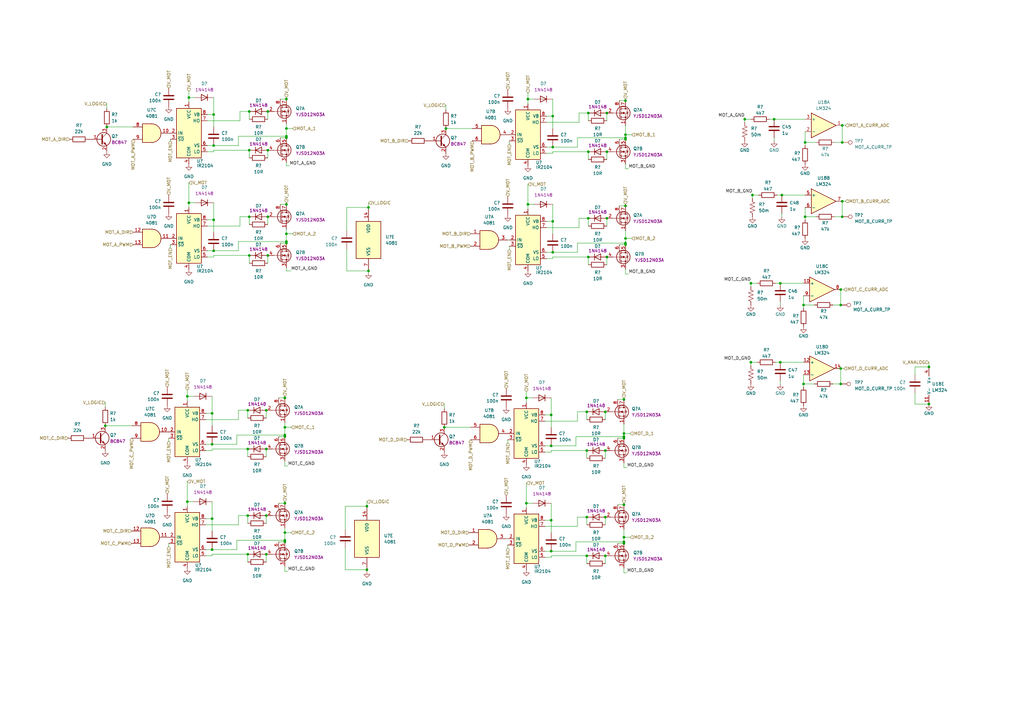
<source format=kicad_sch>
(kicad_sch (version 20230121) (generator eeschema)
  (paper "A3")
  (junction (at 109.22 227.33))
  (junction (at 240.665 227.965))
  (junction (at 116.84 218.44))
  (junction (at 117.475 83.82))
  (junction (at 226.695 103.505))
  (junction (at 216.535 40.64))
  (junction (at 226.06 170.18))
  (junction (at 320.04 148.59))
  (junction (at 86.995 182.245))
  (junction (at 307.975 116.205))
  (junction (at 116.84 178.435))
  (junction (at 320.04 116.205))
  (junction (at 381 165.735))
  (junction (at 330.2 88.9))
  (junction (at 43.18 174.625))
  (junction (at 117.475 55.88))
  (junction (at 240.665 212.09))
  (junction (at 226.695 47.625))
  (junction (at 226.06 182.88))
  (junction (at 255.905 163.83))
  (junction (at 76.835 205.74))
  (junction (at 116.84 179.07))
  (junction (at 255.905 222.885))
  (junction (at 215.9 206.375))
  (junction (at 76.835 162.56))
  (junction (at 329.565 125.095))
  (junction (at 116.84 206.375))
  (junction (at 317.5 48.895))
  (junction (at 305.435 48.895))
  (junction (at 345.44 88.9))
  (junction (at 226.06 226.06))
  (junction (at 241.3 62.23))
  (junction (at 102.235 61.595))
  (junction (at 256.54 55.245))
  (junction (at 240.665 184.785))
  (junction (at 345.44 58.42))
  (junction (at 101.6 227.33))
  (junction (at 255.905 177.8))
  (junction (at 344.805 151.13))
  (junction (at 109.22 211.455))
  (junction (at 344.805 125.095))
  (junction (at 87.63 59.69))
  (junction (at 101.6 211.455))
  (junction (at 87.63 102.87))
  (junction (at 308.61 80.01))
  (junction (at 117.475 95.885))
  (junction (at 215.9 163.195))
  (junction (at 345.44 51.435))
  (junction (at 182.88 52.705))
  (junction (at 248.92 62.23))
  (junction (at 248.285 184.785))
  (junction (at 216.535 83.82))
  (junction (at 109.22 184.15))
  (junction (at 320.675 80.01))
  (junction (at 381 150.495))
  (junction (at 109.855 61.595))
  (junction (at 240.665 168.91))
  (junction (at 77.47 83.185))
  (junction (at 241.3 46.355))
  (junction (at 77.47 40.005))
  (junction (at 109.855 88.9))
  (junction (at 102.235 88.9))
  (junction (at 307.975 148.59))
  (junction (at 344.805 118.745))
  (junction (at 344.805 157.48))
  (junction (at 86.995 169.545))
  (junction (at 255.905 222.25))
  (junction (at 256.54 100.33))
  (junction (at 87.63 46.99))
  (junction (at 151.13 111.125))
  (junction (at 256.54 56.515))
  (junction (at 117.475 40.64))
  (junction (at 256.54 84.455))
  (junction (at 256.54 97.79))
  (junction (at 255.905 207.01))
  (junction (at 248.92 46.355))
  (junction (at 248.285 227.965))
  (junction (at 248.285 168.91))
  (junction (at 109.855 104.775))
  (junction (at 102.235 45.72))
  (junction (at 226.06 213.36))
  (junction (at 116.84 175.26))
  (junction (at 117.475 99.695))
  (junction (at 226.695 90.805))
  (junction (at 86.995 225.425))
  (junction (at 116.84 221.615))
  (junction (at 109.22 168.275))
  (junction (at 255.905 220.345))
  (junction (at 151.13 85.09))
  (junction (at 117.475 52.705))
  (junction (at 329.565 157.48))
  (junction (at 101.6 184.15))
  (junction (at 241.3 89.535))
  (junction (at 116.84 222.25))
  (junction (at 248.92 89.535))
  (junction (at 345.44 82.55))
  (junction (at 86.995 212.725))
  (junction (at 256.54 41.275))
  (junction (at 182.245 175.26))
  (junction (at 241.3 105.41))
  (junction (at 150.495 207.645))
  (junction (at 117.475 56.515))
  (junction (at 248.92 105.41))
  (junction (at 109.855 45.72))
  (junction (at 102.235 104.775))
  (junction (at 116.84 163.195))
  (junction (at 226.695 60.325))
  (junction (at 87.63 90.17))
  (junction (at 330.2 58.42))
  (junction (at 117.475 99.06))
  (junction (at 255.905 179.705))
  (junction (at 101.6 168.275))
  (junction (at 248.285 212.09))
  (junction (at 150.495 233.68))
  (junction (at 256.54 57.15))
  (junction (at 256.54 99.695))
  (junction (at 43.815 52.07))
  (junction (at 255.905 179.07))
  (wire (pts (xy 226.06 213.36) (xy 226.06 218.44)))
  (wire (pts (xy 97.79 211.455) (xy 101.6 211.455)))
  (wire (pts (xy 207.645 220.98) (xy 208.28 220.98)))
  (wire (pts (xy 375.285 161.29) (xy 375.285 165.735)))
  (wire (pts (xy 255.905 222.25) (xy 255.905 222.885)))
  (wire (pts (xy 223.52 226.06) (xy 226.06 226.06)))
  (wire (pts (xy 305.435 50.165) (xy 305.435 48.895)))
  (wire (pts (xy 97.155 178.435) (xy 116.84 178.435)))
  (wire (pts (xy 87.63 104.775) (xy 102.235 104.775)))
  (wire (pts (xy 345.44 82.55) (xy 346.71 82.55)))
  (wire (pts (xy 109.855 45.72) (xy 109.855 48.895)))
  (wire (pts (xy 85.09 90.17) (xy 87.63 90.17)))
  (wire (pts (xy 329.565 153.67) (xy 329.565 157.48)))
  (wire (pts (xy 226.695 62.865) (xy 226.695 62.23)))
  (wire (pts (xy 114.3 206.375) (xy 116.84 206.375)))
  (wire (pts (xy 253.365 179.705) (xy 255.905 179.705)))
  (wire (pts (xy 76.835 162.56) (xy 76.835 164.465)))
  (wire (pts (xy 97.155 225.425) (xy 97.155 221.615)))
  (wire (pts (xy 142.24 102.235) (xy 142.24 111.125)))
  (wire (pts (xy 248.92 62.23) (xy 248.92 65.405)))
  (wire (pts (xy 248.285 227.965) (xy 248.285 231.14)))
  (wire (pts (xy 248.92 89.535) (xy 248.92 92.71)))
  (wire (pts (xy 236.855 99.695) (xy 256.54 99.695)))
  (wire (pts (xy 307.975 148.59) (xy 310.515 148.59)))
  (wire (pts (xy 216.535 40.64) (xy 216.535 42.545)))
  (wire (pts (xy 254 84.455) (xy 256.54 84.455)))
  (wire (pts (xy 255.905 163.195) (xy 255.905 163.83)))
  (wire (pts (xy 86.995 184.785) (xy 86.995 184.15)))
  (wire (pts (xy 256.54 112.395) (xy 256.54 110.49)))
  (wire (pts (xy 253.365 222.885) (xy 255.905 222.885)))
  (wire (pts (xy 84.455 215.265) (xy 97.79 215.265)))
  (wire (pts (xy 117.475 67.945) (xy 117.475 66.675)))
  (wire (pts (xy 150.495 234.315) (xy 150.495 233.68)))
  (wire (pts (xy 43.18 174.625) (xy 53.975 174.625)))
  (wire (pts (xy 255.905 217.17) (xy 255.905 220.345)))
  (wire (pts (xy 226.06 227.965) (xy 240.665 227.965)))
  (wire (pts (xy 86.995 169.545) (xy 86.995 174.625)))
  (wire (pts (xy 329.565 125.095) (xy 334.01 125.095)))
  (wire (pts (xy 223.52 213.36) (xy 226.06 213.36)))
  (wire (pts (xy 330.2 58.42) (xy 334.645 58.42)))
  (wire (pts (xy 69.85 100.33) (xy 69.85 101.6)))
  (wire (pts (xy 226.06 185.42) (xy 226.06 184.785)))
  (wire (pts (xy 320.675 80.01) (xy 330.2 80.01)))
  (wire (pts (xy 226.06 228.6) (xy 226.06 227.965)))
  (wire (pts (xy 215.9 163.195) (xy 215.9 165.1)))
  (wire (pts (xy 87.63 105.41) (xy 87.63 104.775)))
  (wire (pts (xy 86.995 162.56) (xy 86.995 169.545)))
  (wire (pts (xy 345.44 82.55) (xy 345.44 88.9)))
  (wire (pts (xy 317.5 48.895) (xy 330.2 48.895)))
  (wire (pts (xy 344.805 118.745) (xy 344.805 125.095)))
  (wire (pts (xy 237.49 89.535) (xy 241.3 89.535)))
  (wire (pts (xy 253.365 207.01) (xy 255.905 207.01)))
  (wire (pts (xy 116.84 216.535) (xy 116.84 218.44)))
  (wire (pts (xy 255.905 173.99) (xy 255.905 177.8)))
  (wire (pts (xy 307.975 116.205) (xy 310.515 116.205)))
  (wire (pts (xy 224.155 62.865) (xy 226.695 62.865)))
  (wire (pts (xy 342.265 88.9) (xy 345.44 88.9)))
  (wire (pts (xy 255.905 220.345) (xy 255.905 222.25)))
  (wire (pts (xy 224.155 47.625) (xy 226.695 47.625)))
  (wire (pts (xy 329.565 121.285) (xy 329.565 125.095)))
  (wire (pts (xy 257.81 112.395) (xy 256.54 112.395)))
  (wire (pts (xy 224.155 50.165) (xy 237.49 50.165)))
  (wire (pts (xy 344.805 151.13) (xy 344.805 157.48)))
  (wire (pts (xy 114.3 222.25) (xy 116.84 222.25)))
  (wire (pts (xy 236.22 222.25) (xy 255.905 222.25)))
  (wire (pts (xy 226.695 62.23) (xy 241.3 62.23)))
  (wire (pts (xy 102.235 104.775) (xy 102.235 107.95)))
  (wire (pts (xy 307.975 115.57) (xy 307.975 116.205)))
  (wire (pts (xy 226.06 206.375) (xy 226.06 213.36)))
  (wire (pts (xy 320.675 88.9) (xy 320.675 87.63)))
  (wire (pts (xy 76.835 160.02) (xy 76.835 162.56)))
  (wire (pts (xy 223.52 228.6) (xy 226.06 228.6)))
  (wire (pts (xy 117.475 83.185) (xy 117.475 83.82)))
  (wire (pts (xy 116.84 175.26) (xy 116.84 178.435)))
  (wire (pts (xy 226.695 40.64) (xy 226.695 47.625)))
  (wire (pts (xy 256.54 51.435) (xy 256.54 55.245)))
  (wire (pts (xy 248.92 105.41) (xy 248.92 108.585)))
  (wire (pts (xy 254 41.275) (xy 256.54 41.275)))
  (wire (pts (xy 84.455 184.785) (xy 86.995 184.785)))
  (wire (pts (xy 307.975 147.955) (xy 307.975 148.59)))
  (wire (pts (xy 216.535 38.1) (xy 216.535 40.64)))
  (wire (pts (xy 307.975 117.475) (xy 307.975 116.205)))
  (wire (pts (xy 151.13 85.09) (xy 151.13 85.725)))
  (wire (pts (xy 255.905 179.07) (xy 255.905 179.705)))
  (wire (pts (xy 254 100.33) (xy 256.54 100.33)))
  (wire (pts (xy 236.855 103.505) (xy 236.855 99.695)))
  (wire (pts (xy 318.77 80.01) (xy 320.675 80.01)))
  (wire (pts (xy 216.535 75.565) (xy 216.535 83.82)))
  (wire (pts (xy 117.475 99.06) (xy 117.475 99.695)))
  (wire (pts (xy 256.54 55.245) (xy 256.54 56.515)))
  (wire (pts (xy 226.06 163.195) (xy 226.06 170.18)))
  (wire (pts (xy 116.84 191.135) (xy 116.84 189.23)))
  (wire (pts (xy 344.805 118.745) (xy 346.075 118.745)))
  (wire (pts (xy 236.855 60.325) (xy 236.855 56.515)))
  (wire (pts (xy 320.04 125.095) (xy 320.04 123.825)))
  (wire (pts (xy 43.815 52.07) (xy 54.61 52.07)))
  (wire (pts (xy 69.215 179.705) (xy 69.215 180.975)))
  (wire (pts (xy 69.85 57.785) (xy 69.85 57.15)))
  (wire (pts (xy 97.79 55.88) (xy 117.475 55.88)))
  (wire (pts (xy 85.09 49.53) (xy 98.425 49.53)))
  (wire (pts (xy 97.79 99.06) (xy 117.475 99.06)))
  (wire (pts (xy 241.3 46.355) (xy 241.3 49.53)))
  (wire (pts (xy 345.44 51.435) (xy 346.71 51.435)))
  (wire (pts (xy 76.835 205.74) (xy 76.835 207.645)))
  (wire (pts (xy 87.63 61.595) (xy 102.235 61.595)))
  (wire (pts (xy 77.47 37.465) (xy 77.47 40.005)))
  (wire (pts (xy 117.475 52.705) (xy 120.015 52.705)))
  (wire (pts (xy 256.54 99.695) (xy 256.54 100.33)))
  (wire (pts (xy 215.9 160.655) (xy 215.9 163.195)))
  (wire (pts (xy 375.285 165.735) (xy 381 165.735)))
  (wire (pts (xy 76.835 197.485) (xy 76.835 205.74)))
  (wire (pts (xy 116.84 218.44) (xy 116.84 221.615)))
  (wire (pts (xy 240.665 168.91) (xy 240.665 172.085)))
  (wire (pts (xy 119.38 111.125) (xy 117.475 111.125)))
  (wire (pts (xy 87.63 59.69) (xy 97.79 59.69)))
  (wire (pts (xy 77.47 74.93) (xy 77.47 83.185)))
  (wire (pts (xy 226.06 182.88) (xy 236.22 182.88)))
  (wire (pts (xy 116.84 162.56) (xy 116.84 163.195)))
  (wire (pts (xy 248.92 46.355) (xy 248.92 49.53)))
  (wire (pts (xy 76.835 205.74) (xy 79.375 205.74)))
  (wire (pts (xy 101.6 168.275) (xy 101.6 171.45)))
  (wire (pts (xy 182.245 175.26) (xy 193.04 175.26)))
  (wire (pts (xy 109.22 168.275) (xy 109.22 171.45)))
  (wire (pts (xy 86.995 182.245) (xy 97.155 182.245)))
  (wire (pts (xy 344.805 151.13) (xy 346.075 151.13)))
  (wire (pts (xy 85.09 102.87) (xy 87.63 102.87)))
  (wire (pts (xy 226.695 90.805) (xy 226.695 95.885)))
  (wire (pts (xy 77.47 83.185) (xy 80.01 83.185)))
  (wire (pts (xy 102.235 61.595) (xy 102.235 64.77)))
  (wire (pts (xy 151.13 111.76) (xy 151.13 111.125)))
  (wire (pts (xy 226.06 184.785) (xy 240.665 184.785)))
  (wire (pts (xy 84.455 182.245) (xy 86.995 182.245)))
  (wire (pts (xy 320.04 116.205) (xy 329.565 116.205)))
  (wire (pts (xy 109.855 104.775) (xy 109.855 107.95)))
  (wire (pts (xy 237.49 93.345) (xy 237.49 89.535)))
  (wire (pts (xy 150.495 207.645) (xy 141.605 207.645)))
  (wire (pts (xy 142.24 85.09) (xy 142.24 94.615)))
  (wire (pts (xy 87.63 83.185) (xy 87.63 90.17)))
  (wire (pts (xy 236.22 182.88) (xy 236.22 179.07)))
  (wire (pts (xy 381 150.495) (xy 375.285 150.495)))
  (wire (pts (xy 117.475 111.125) (xy 117.475 109.855)))
  (wire (pts (xy 114.935 99.695) (xy 117.475 99.695)))
  (wire (pts (xy 117.475 50.8) (xy 117.475 52.705)))
  (wire (pts (xy 86.995 227.965) (xy 86.995 227.33)))
  (wire (pts (xy 256.54 40.64) (xy 256.54 41.275)))
  (wire (pts (xy 114.935 56.515) (xy 117.475 56.515)))
  (wire (pts (xy 257.175 234.95) (xy 255.905 234.95)))
  (wire (pts (xy 77.47 83.185) (xy 77.47 85.09)))
  (wire (pts (xy 253.365 163.83) (xy 255.905 163.83)))
  (wire (pts (xy 256.54 56.515) (xy 256.54 57.15)))
  (wire (pts (xy 224.155 90.805) (xy 226.695 90.805)))
  (wire (pts (xy 329.565 125.095) (xy 329.565 126.365)))
  (wire (pts (xy 256.54 55.245) (xy 259.08 55.245)))
  (wire (pts (xy 85.09 105.41) (xy 87.63 105.41)))
  (wire (pts (xy 86.995 227.33) (xy 101.6 227.33)))
  (wire (pts (xy 330.2 58.42) (xy 330.2 59.69)))
  (wire (pts (xy 307.975 149.86) (xy 307.975 148.59)))
  (wire (pts (xy 116.84 173.355) (xy 116.84 175.26)))
  (wire (pts (xy 256.54 83.82) (xy 256.54 84.455)))
  (wire (pts (xy 248.285 184.785) (xy 248.285 187.96)))
  (wire (pts (xy 109.22 227.33) (xy 109.22 230.505)))
  (wire (pts (xy 84.455 227.965) (xy 86.995 227.965)))
  (wire (pts (xy 330.2 85.09) (xy 330.2 88.9)))
  (wire (pts (xy 224.155 60.325) (xy 226.695 60.325)))
  (wire (pts (xy 320.04 157.48) (xy 320.04 156.21)))
  (wire (pts (xy 141.605 224.79) (xy 141.605 233.68)))
  (wire (pts (xy 305.435 48.895) (xy 307.975 48.895)))
  (wire (pts (xy 141.605 207.645) (xy 141.605 217.17)))
  (wire (pts (xy 97.79 172.085) (xy 97.79 168.275)))
  (wire (pts (xy 215.9 198.12) (xy 215.9 206.375)))
  (wire (pts (xy 85.09 92.71) (xy 98.425 92.71)))
  (wire (pts (xy 375.285 150.495) (xy 375.285 153.67)))
  (wire (pts (xy 226.695 105.41) (xy 241.3 105.41)))
  (wire (pts (xy 237.49 46.355) (xy 241.3 46.355)))
  (wire (pts (xy 98.425 49.53) (xy 98.425 45.72)))
  (wire (pts (xy 86.995 225.425) (xy 97.155 225.425)))
  (wire (pts (xy 101.6 211.455) (xy 101.6 214.63)))
  (wire (pts (xy 255.905 177.8) (xy 258.445 177.8)))
  (wire (pts (xy 226.06 170.18) (xy 226.06 175.26)))
  (wire (pts (xy 341.63 125.095) (xy 344.805 125.095)))
  (wire (pts (xy 226.695 47.625) (xy 226.695 52.705)))
  (wire (pts (xy 318.135 148.59) (xy 320.04 148.59)))
  (wire (pts (xy 345.44 58.42) (xy 345.44 51.435)))
  (wire (pts (xy 215.9 206.375) (xy 218.44 206.375)))
  (wire (pts (xy 117.475 95.885) (xy 120.015 95.885)))
  (wire (pts (xy 182.88 52.705) (xy 193.675 52.705)))
  (wire (pts (xy 342.265 58.42) (xy 345.44 58.42)))
  (wire (pts (xy 97.155 182.245) (xy 97.155 178.435)))
  (wire (pts (xy 236.855 56.515) (xy 256.54 56.515)))
  (wire (pts (xy 241.3 89.535) (xy 241.3 92.71)))
  (wire (pts (xy 114.3 179.07) (xy 116.84 179.07)))
  (wire (pts (xy 216.535 40.64) (xy 219.075 40.64)))
  (wire (pts (xy 208.28 223.52) (xy 208.28 224.79)))
  (wire (pts (xy 226.695 106.045) (xy 226.695 105.41)))
  (wire (pts (xy 236.855 215.9) (xy 236.855 212.09)))
  (wire (pts (xy 236.855 168.91) (xy 240.665 168.91)))
  (wire (pts (xy 102.235 88.9) (xy 102.235 92.075)))
  (wire (pts (xy 116.84 205.74) (xy 116.84 206.375)))
  (wire (pts (xy 254 57.15) (xy 256.54 57.15)))
  (wire (pts (xy 97.79 59.69) (xy 97.79 55.88)))
  (wire (pts (xy 69.215 222.885) (xy 69.215 224.155)))
  (wire (pts (xy 208.915 100.965) (xy 208.915 102.235)))
  (wire (pts (xy 109.22 184.15) (xy 109.22 187.325)))
  (wire (pts (xy 150.495 207.645) (xy 150.495 208.28)))
  (wire (pts (xy 84.455 169.545) (xy 86.995 169.545)))
  (wire (pts (xy 318.135 116.205) (xy 320.04 116.205)))
  (wire (pts (xy 236.22 226.06) (xy 236.22 222.25)))
  (wire (pts (xy 237.49 50.165) (xy 237.49 46.355)))
  (wire (pts (xy 151.13 83.185) (xy 151.13 85.09)))
  (wire (pts (xy 255.905 234.95) (xy 255.905 233.045)))
  (wire (pts (xy 257.81 69.215) (xy 256.54 69.215)))
  (wire (pts (xy 76.835 162.56) (xy 79.375 162.56)))
  (wire (pts (xy 308.61 81.28) (xy 308.61 80.01)))
  (wire (pts (xy 118.745 67.945) (xy 117.475 67.945)))
  (wire (pts (xy 85.09 59.69) (xy 87.63 59.69)))
  (wire (pts (xy 117.475 52.705) (xy 117.475 55.88)))
  (wire (pts (xy 85.09 46.99) (xy 87.63 46.99)))
  (wire (pts (xy 255.905 177.8) (xy 255.905 179.07)))
  (wire (pts (xy 248.285 212.09) (xy 248.285 215.265)))
  (wire (pts (xy 77.47 40.005) (xy 80.01 40.005)))
  (wire (pts (xy 109.22 211.455) (xy 109.22 214.63)))
  (wire (pts (xy 308.61 80.01) (xy 311.15 80.01)))
  (wire (pts (xy 248.285 168.91) (xy 248.285 172.085)))
  (wire (pts (xy 215.9 163.195) (xy 218.44 163.195)))
  (wire (pts (xy 87.63 90.17) (xy 87.63 95.25)))
  (wire (pts (xy 87.63 40.005) (xy 87.63 46.99)))
  (wire (pts (xy 116.84 221.615) (xy 116.84 222.25)))
  (wire (pts (xy 256.54 97.79) (xy 259.08 97.79)))
  (wire (pts (xy 117.475 95.885) (xy 117.475 99.06)))
  (wire (pts (xy 223.52 185.42) (xy 226.06 185.42)))
  (wire (pts (xy 98.425 88.9) (xy 102.235 88.9)))
  (wire (pts (xy 86.995 184.15) (xy 101.6 184.15)))
  (wire (pts (xy 255.905 189.865) (xy 255.905 191.77)))
  (wire (pts (xy 102.235 45.72) (xy 102.235 48.895)))
  (wire (pts (xy 330.2 53.975) (xy 330.2 58.42)))
  (wire (pts (xy 236.855 212.09) (xy 240.665 212.09)))
  (wire (pts (xy 223.52 170.18) (xy 226.06 170.18)))
  (wire (pts (xy 98.425 45.72) (xy 102.235 45.72)))
  (wire (pts (xy 84.455 212.725) (xy 86.995 212.725)))
  (wire (pts (xy 118.11 234.315) (xy 116.84 234.315)))
  (wire (pts (xy 317.5 57.785) (xy 317.5 56.515)))
  (wire (pts (xy 226.695 103.505) (xy 236.855 103.505)))
  (wire (pts (xy 240.665 184.785) (xy 240.665 187.96)))
  (wire (pts (xy 141.605 233.68) (xy 150.495 233.68)))
  (wire (pts (xy 226.695 60.325) (xy 236.855 60.325)))
  (wire (pts (xy 87.63 102.87) (xy 97.79 102.87)))
  (wire (pts (xy 118.11 191.135) (xy 116.84 191.135)))
  (wire (pts (xy 236.855 172.72) (xy 236.855 168.91)))
  (wire (pts (xy 315.595 48.895) (xy 317.5 48.895)))
  (wire (pts (xy 97.79 168.275) (xy 101.6 168.275)))
  (wire (pts (xy 255.905 206.375) (xy 255.905 207.01)))
  (wire (pts (xy 320.04 148.59) (xy 329.565 148.59)))
  (wire (pts (xy 43.18 165.1) (xy 43.18 167.005)))
  (wire (pts (xy 256.54 69.215) (xy 256.54 67.31)))
  (wire (pts (xy 87.63 62.23) (xy 87.63 61.595)))
  (wire (pts (xy 241.3 62.23) (xy 241.3 65.405)))
  (wire (pts (xy 240.665 227.965) (xy 240.665 231.14)))
  (wire (pts (xy 224.155 106.045) (xy 226.695 106.045)))
  (wire (pts (xy 101.6 227.33) (xy 101.6 230.505)))
  (wire (pts (xy 223.52 172.72) (xy 236.855 172.72)))
  (wire (pts (xy 116.84 234.315) (xy 116.84 232.41)))
  (wire (pts (xy 84.455 172.085) (xy 97.79 172.085)))
  (wire (pts (xy 223.52 182.88) (xy 226.06 182.88)))
  (wire (pts (xy 116.84 175.26) (xy 119.38 175.26)))
  (wire (pts (xy 114.935 40.64) (xy 117.475 40.64)))
  (wire (pts (xy 223.52 215.9) (xy 236.855 215.9)))
  (wire (pts (xy 215.9 206.375) (xy 215.9 208.28)))
  (wire (pts (xy 308.61 79.375) (xy 308.61 80.01)))
  (wire (pts (xy 330.2 88.9) (xy 330.2 90.17)))
  (wire (pts (xy 208.28 98.425) (xy 208.915 98.425)))
  (wire (pts (xy 142.24 111.125) (xy 151.13 111.125)))
  (wire (pts (xy 101.6 184.15) (xy 101.6 187.325)))
  (wire (pts (xy 87.63 46.99) (xy 87.63 52.07)))
  (wire (pts (xy 224.155 103.505) (xy 226.695 103.505)))
  (wire (pts (xy 341.63 157.48) (xy 344.805 157.48)))
  (wire (pts (xy 151.13 85.09) (xy 142.24 85.09)))
  (wire (pts (xy 114.3 163.195) (xy 116.84 163.195)))
  (wire (pts (xy 329.565 157.48) (xy 329.565 158.75)))
  (wire (pts (xy 182.245 165.735) (xy 182.245 167.64)))
  (wire (pts (xy 216.535 83.82) (xy 219.075 83.82)))
  (wire (pts (xy 86.995 212.725) (xy 86.995 217.805)))
  (wire (pts (xy 255.905 220.345) (xy 258.445 220.345)))
  (wire (pts (xy 381 148.59) (xy 381 150.495)))
  (wire (pts (xy 117.475 40.005) (xy 117.475 40.64)))
  (wire (pts (xy 109.855 61.595) (xy 109.855 64.77)))
  (wire (pts (xy 114.935 83.82) (xy 117.475 83.82)))
  (wire (pts (xy 305.435 48.26) (xy 305.435 48.895)))
  (wire (pts (xy 116.84 218.44) (xy 119.38 218.44)))
  (wire (pts (xy 150.495 205.74) (xy 150.495 207.645)))
  (wire (pts (xy 77.47 40.005) (xy 77.47 41.91)))
  (wire (pts (xy 43.815 42.545) (xy 43.815 44.45)))
  (wire (pts (xy 256.54 94.615) (xy 256.54 97.79)))
  (wire (pts (xy 84.455 225.425) (xy 86.995 225.425)))
  (wire (pts (xy 240.665 212.09) (xy 240.665 215.265)))
  (wire (pts (xy 117.475 55.88) (xy 117.475 56.515)))
  (wire (pts (xy 236.22 179.07) (xy 255.905 179.07)))
  (wire (pts (xy 117.475 93.98) (xy 117.475 95.885)))
  (wire (pts (xy 208.915 57.785) (xy 208.915 59.055)))
  (wire (pts (xy 98.425 92.71) (xy 98.425 88.9)))
  (wire (pts (xy 216.535 83.82) (xy 216.535 85.725)))
  (wire (pts (xy 226.695 83.82) (xy 226.695 90.805)))
  (wire (pts (xy 329.565 157.48) (xy 334.01 157.48)))
  (wire (pts (xy 330.2 88.9) (xy 334.645 88.9)))
  (wire (pts (xy 224.155 93.345) (xy 237.49 93.345)))
  (wire (pts (xy 241.3 105.41) (xy 241.3 108.585)))
  (wire (pts (xy 109.855 88.9) (xy 109.855 92.075)))
  (wire (pts (xy 226.06 226.06) (xy 236.22 226.06)))
  (wire (pts (xy 97.79 215.265) (xy 97.79 211.455)))
  (wire (pts (xy 116.84 178.435) (xy 116.84 179.07)))
  (wire (pts (xy 182.88 43.18) (xy 182.88 45.085)))
  (wire (pts (xy 86.995 205.74) (xy 86.995 212.725)))
  (wire (pts (xy 85.09 62.23) (xy 87.63 62.23)))
  (wire (pts (xy 97.155 221.615) (xy 116.84 221.615)))
  (wire (pts (xy 255.905 191.77) (xy 257.175 191.77)))
  (wire (pts (xy 208.28 180.34) (xy 208.28 181.61)))
  (wire (pts (xy 97.79 102.87) (xy 97.79 99.06)))
  (wire (pts (xy 256.54 97.79) (xy 256.54 99.695)))
  (label "MOT_B_GND" (at 308.61 79.375 180))
  (label "MOT_A_GND" (at 118.745 67.945 0))
  (label "MOT_A_GND" (at 305.435 48.26 180))
  (label "MOT_C_GND" (at 118.11 191.135 0))
  (label "MOT_C_GND" (at 307.975 115.57 180))
  (label "MOT_D_GND" (at 257.175 191.77 0))
  (label "MOT_A_GND" (at 119.38 111.125 0))
  (label "MOT_D_GND" (at 257.175 234.95 0))
  (label "MOT_C_GND" (at 118.11 234.315 0))
  (label "MOT_B_GND" (at 257.81 112.395 0))
  (label "MOT_D_GND" (at 307.975 147.955 180))
  (label "MOT_B_GND" (at 257.81 69.215 0))
  (hierarchical_label "V_MOT" (shape input) (at 69.215 36.195 90))
  (hierarchical_label "MOT_EN" (shape input) (at 208.28 181.61 270))
  (hierarchical_label "V_LOGIC" (shape input) (at 151.13 83.185 0))
  (hierarchical_label "V_LOGIC" (shape input) (at 182.245 165.735 180))
  (hierarchical_label "MOT_A_DIR" (shape input) (at 28.575 57.15 180))
  (hierarchical_label "V_MOT" (shape input) (at 68.58 202.565 90))
  (hierarchical_label "V_MOT" (shape input) (at 76.835 160.02 90))
  (hierarchical_label "MOT_B_CURR_ADC" (shape input) (at 346.71 82.55 0))
  (hierarchical_label "V_MOT" (shape input) (at 69.215 80.01 90))
  (hierarchical_label "V_MOT" (shape input) (at 116.84 162.56 90))
  (hierarchical_label "V_MOT" (shape input) (at 207.645 203.2 90))
  (hierarchical_label "MOT_EN" (shape input) (at 69.85 57.785 270))
  (hierarchical_label "MOT_C_DIR" (shape input) (at 27.94 179.705 180))
  (hierarchical_label "V_MOT" (shape input) (at 117.475 83.185 90))
  (hierarchical_label "V_MOT" (shape input) (at 255.905 163.195 90))
  (hierarchical_label "MOT_EN" (shape input) (at 208.915 102.235 270))
  (hierarchical_label "MOT_B_2" (shape input) (at 259.08 97.79 0))
  (hierarchical_label "V_MOT" (shape input) (at 216.535 75.565 0))
  (hierarchical_label "MOT_EN" (shape input) (at 69.215 180.975 270))
  (hierarchical_label "V_MOT" (shape input) (at 117.475 40.005 90))
  (hierarchical_label "MOT_C_CURR_ADC" (shape input) (at 346.075 118.745 0))
  (hierarchical_label "MOT_B_PWM" (shape input) (at 193.675 57.785 270))
  (hierarchical_label "V_MOT" (shape input) (at 207.645 159.385 90))
  (hierarchical_label "V_LOGIC" (shape input) (at 43.18 165.1 180))
  (hierarchical_label "MOT_C_PWM" (shape input) (at 53.975 179.705 270))
  (hierarchical_label "MOT_B_DIR" (shape input) (at 167.64 57.785 180))
  (hierarchical_label "V_LOGIC" (shape input) (at 182.88 43.18 180))
  (hierarchical_label "V_MOT" (shape input) (at 256.54 83.82 90))
  (hierarchical_label "V_MOT" (shape input) (at 77.47 74.93 0))
  (hierarchical_label "V_MOT" (shape input) (at 208.28 36.83 90))
  (hierarchical_label "MOT_EN" (shape input) (at 208.915 59.055 270))
  (hierarchical_label "V_LOGIC" (shape input) (at 150.495 205.74 0))
  (hierarchical_label "MOT_B_1" (shape input) (at 259.08 55.245 0))
  (hierarchical_label "MOT_C_2" (shape input) (at 119.38 218.44 0))
  (hierarchical_label "V_MOT" (shape input) (at 116.84 205.74 90))
  (hierarchical_label "V_MOT" (shape input) (at 215.9 160.655 90))
  (hierarchical_label "V_MOT" (shape input) (at 256.54 40.64 90))
  (hierarchical_label "MOT_A_1" (shape input) (at 120.015 52.705 0))
  (hierarchical_label "V_MOT" (shape input) (at 77.47 37.465 90))
  (hierarchical_label "MOT_B_PWM" (shape input) (at 193.04 100.965 180))
  (hierarchical_label "MOT_A_CURR_ADC" (shape input) (at 346.71 51.435 0))
  (hierarchical_label "MOT_C_DIR" (shape input) (at 53.975 217.805 180))
  (hierarchical_label "MOT_D_1" (shape input) (at 258.445 177.8 0))
  (hierarchical_label "V_ANALOG" (shape input) (at 381 148.59 180))
  (hierarchical_label "MOT_EN" (shape input) (at 69.85 101.6 270))
  (hierarchical_label "MOT_EN" (shape input) (at 208.28 224.79 270))
  (hierarchical_label "MOT_B_DIR" (shape input) (at 193.04 95.885 180))
  (hierarchical_label "MOT_D_PWM" (shape input) (at 192.405 223.52 180))
  (hierarchical_label "V_MOT" (shape input) (at 255.905 206.375 90))
  (hierarchical_label "MOT_C_PWM" (shape input) (at 53.975 222.885 180))
  (hierarchical_label "MOT_A_PWM" (shape input) (at 54.61 57.15 270))
  (hierarchical_label "MOT_A_PWM" (shape input) (at 54.61 100.33 180))
  (hierarchical_label "MOT_D_PWM" (shape input) (at 193.04 180.34 270))
  (hierarchical_label "MOT_D_CURR_ADC" (shape input) (at 346.075 151.13 0))
  (hierarchical_label "V_LOGIC" (shape input) (at 43.815 42.545 180))
  (hierarchical_label "V_MOT" (shape input) (at 76.835 197.485 0))
  (hierarchical_label "V_MOT" (shape input) (at 208.28 80.645 90))
  (hierarchical_label "MOT_C_1" (shape input) (at 119.38 175.26 0))
  (hierarchical_label "MOT_D_DIR" (shape input) (at 167.005 180.34 180))
  (hierarchical_label "V_MOT" (shape input) (at 215.9 198.12 0))
  (hierarchical_label "MOT_D_2" (shape input) (at 258.445 220.345 0))
  (hierarchical_label "MOT_A_2" (shape input) (at 120.015 95.885 0))
  (hierarchical_label "MOT_EN" (shape input) (at 69.215 224.155 270))
  (hierarchical_label "MOT_A_DIR" (shape input) (at 54.61 95.25 180))
  (hierarchical_label "MOT_D_DIR" (shape input) (at 192.405 218.44 180))
  (hierarchical_label "V_MOT" (shape input) (at 216.535 38.1 90))
  (hierarchical_label "V_MOT" (shape input) (at 68.58 158.75 90))
  (symbol (lib_id "Device:C") (at 207.645 207.01 0) (unit 1)
    (property "Reference" "C?" (at 204.47 205.7399 0) (effects (justify right)))
    (property "Value" "100n" (at 204.47 208.2799 0) (effects (justify right)))
    (property "Footprint" "Capacitor_SMD:C_0805_2012Metric" (effects hide))
    (instances (project "Robot_Controller_PCB" (path "" (reference "C?") (unit 1))) (project "Scout_Robot_Controller" (path "" (reference "C38") (unit 1))))
  )
  (symbol (lib_id "power:GND") (at 216.535 111.125 0) (unit 1)
    (property "Reference" "#PWR?" (effects hide))
    (property "Value" "GND" (at 216.535 116.205 0))
    (instances (project "Robot_Controller_PCB" (path "" (reference "#PWR?") (unit 1))) (project "Scout_Robot_Controller" (path "" (reference "#PWR0140") (unit 1))))
  )
  (symbol (lib_id "Amplifier_Operational:LM324") (at 337.82 51.435 0) (unit 1)
    (property "Reference" "U18" (at 337.82 41.91 0))
    (property "Value" "LM324" (at 337.82 44.45 0))
    (property "Footprint" "Package_SO:SOIC-14_3.9x8.7mm_P1.27mm" (effects hide))
    (property "Datasheet" "http://www.ti.com/lit/ds/symlink/lm2902-n.pdf" (effects hide))
  )
  (symbol (lib_id "power:GND") (at 68.58 210.185 0) (unit 1)
    (property "Reference" "#PWR?" (effects hide))
    (property "Value" "GND" (at 68.58 215.265 0))
    (instances (project "Robot_Controller_PCB" (path "" (reference "#PWR?") (unit 1))) (project "Scout_Robot_Controller" (path "" (reference "#PWR0122") (unit 1))))
  )
  (symbol (lib_id "Device:D") (at 244.475 168.91 0) (unit 1)
    (property "Reference" "D?" (at 244.475 164.465 0))
    (property "Value" "D" (effects hide))
    (property "Footprint" "Diode_SMD:D_1206_3216Metric" (effects hide))
    (property "Datasheet" "https://www.vishay.com/docs/81857/1n4148.pdf" (effects hide))
    (property "MPN" "1N4148" (at 244.475 166.37 0))
    (instances (project "Robot_Controller_PCB" (path "" (reference "D?") (unit 1))) (project "Scout_Robot_Controller" (path "" (reference "D28") (unit 1))))
  )
  (symbol (lib_id "Device:R") (at 314.96 80.01 270) (unit 1)
    (property "Reference" "R?" (at 314.96 74.93 90))
    (property "Value" "4k7" (at 314.96 77.47 90))
    (property "Footprint" "Resistor_SMD:R_0805_2012Metric" (effects hide))
    (instances (project "Robot_Controller_PCB" (path "" (reference "R?") (unit 1))) (project "Scout_Robot_Controller" (path "" (reference "R81") (unit 1))))
  )
  (symbol (lib_id "Device:D") (at 106.045 88.9 0) (unit 1)
    (property "Reference" "D?" (at 106.045 84.455 0))
    (property "Value" "D" (effects hide))
    (property "Footprint" "Diode_SMD:D_1206_3216Metric" (effects hide))
    (property "Datasheet" "https://www.vishay.com/docs/81857/1n4148.pdf" (effects hide))
    (property "MPN" "1N4148" (at 106.045 86.36 0))
    (instances (project "Robot_Controller_PCB" (path "" (reference "D?") (unit 1))) (project "Scout_Robot_Controller" (path "" (reference "D22") (unit 1))))
  )
  (symbol (lib_id "Device:R") (at 106.045 107.95 90) (unit 1)
    (property "Reference" "R?" (at 106.045 111.125 90))
    (property "Value" "10R" (at 106.045 113.665 90))
    (property "Footprint" "Resistor_SMD:R_0805_2012Metric" (effects hide))
    (instances (project "Robot_Controller_PCB" (path "" (reference "R?") (unit 1))) (project "Scout_Robot_Controller" (path "" (reference "R61") (unit 1))))
  )
  (symbol (lib_id "Device:R") (at 105.41 230.505 90) (unit 1)
    (property "Reference" "R?" (at 105.41 233.68 90))
    (property "Value" "10R" (at 105.41 236.22 90))
    (property "Footprint" "Resistor_SMD:R_0805_2012Metric" (effects hide))
    (instances (project "Robot_Controller_PCB" (path "" (reference "R?") (unit 1))) (project "Scout_Robot_Controller" (path "" (reference "R57") (unit 1))))
  )
  (symbol (lib_id "Device:R") (at 245.11 49.53 90) (unit 1)
    (property "Reference" "R?" (at 245.11 52.705 90))
    (property "Value" "10R" (at 245.11 55.245 90))
    (property "Footprint" "Resistor_SMD:R_0805_2012Metric" (effects hide))
    (instances (project "Robot_Controller_PCB" (path "" (reference "R?") (unit 1))) (project "Scout_Robot_Controller" (path "" (reference "R70") (unit 1))))
  )
  (symbol (lib_id "Device:R") (at 31.75 179.705 90) (unit 1)
    (property "Reference" "R?" (at 31.75 173.99 90))
    (property "Value" "22k" (at 31.75 176.53 90))
    (property "Footprint" "Resistor_SMD:R_0805_2012Metric" (effects hide))
    (instances (project "Robot_Controller_PCB" (path "" (reference "R?") (unit 1))) (project "Scout_Robot_Controller" (path "" (reference "R50") (unit 1))))
  )
  (symbol (lib_id "Amplifier_Operational:LM324") (at 383.54 158.115 0) (unit 5)
    (property "Reference" "U18" (at 382.27 157.48 0) (effects (justify left)))
    (property "Value" "LM324" (at 382.27 160.02 0) (effects (justify left)))
    (property "Footprint" "Package_SO:SOIC-14_3.9x8.7mm_P1.27mm" (effects hide))
    (property "Datasheet" "http://www.ti.com/lit/ds/symlink/lm2902-n.pdf" (effects hide))
  )
  (symbol (lib_id "Device:R") (at 105.41 214.63 90) (unit 1)
    (property "Reference" "R?" (at 105.41 217.805 90))
    (property "Value" "10R" (at 105.41 220.345 90))
    (property "Footprint" "Resistor_SMD:R_0805_2012Metric" (effects hide))
    (instances (project "Robot_Controller_PCB" (path "" (reference "R?") (unit 1))) (project "Scout_Robot_Controller" (path "" (reference "R56") (unit 1))))
  )
  (symbol (lib_id "Device:C") (at 87.63 99.06 0) (unit 1)
    (property "Reference" "C?" (at 90.805 97.7899 0) (effects (justify left)))
    (property "Value" "100n" (at 90.805 100.3299 0) (effects (justify left)))
    (property "Footprint" "Capacitor_SMD:C_0805_2012Metric" (effects hide))
    (instances (project "Robot_Controller_PCB" (path "" (reference "C?") (unit 1))) (project "Scout_Robot_Controller" (path "" (reference "C34") (unit 1))))
  )
  (symbol (lib_id "Device:R") (at 106.045 64.77 90) (unit 1)
    (property "Reference" "R?" (at 106.045 67.945 90))
    (property "Value" "10R" (at 106.045 70.485 90))
    (property "Footprint" "Resistor_SMD:R_0805_2012Metric" (effects hide))
    (instances (project "Robot_Controller_PCB" (path "" (reference "R?") (unit 1))) (project "Scout_Robot_Controller" (path "" (reference "R59") (unit 1))))
  )
  (symbol (lib_id "kicad-library:YJSD12N03A") (at 114.3 227.33 0) (unit 2)
    (property "Reference" "Q?" (at 120.65 226.0599 0) (effects (justify left)))
    (property "Value" "YJSD12N03A" (effects hide))
    (property "Footprint" "Package_SO:SOIC-8_3.9x4.9mm_P1.27mm" (effects hide))
    (property "Datasheet" "https://www.tme.eu/Document/786d60e22b517677ac40b580e83fbbde/YJSD12N03A.pdf" (effects hide))
    (property "MPN" "YJSD12N03A" (at 120.65 228.5999 0) (effects (justify left)))
    (instances (project "Robot_Controller_PCB" (path "" (reference "Q?") (unit 2))) (project "Scout_Robot_Controller" (path "" (reference "Q10") (unit 2))))
  )
  (symbol (lib_id "power:GND") (at 208.28 44.45 0) (unit 1)
    (property "Reference" "#PWR?" (effects hide))
    (property "Value" "GND" (at 208.28 49.53 0))
    (instances (project "Robot_Controller_PCB" (path "" (reference "#PWR?") (unit 1))) (project "Scout_Robot_Controller" (path "" (reference "#PWR0135") (unit 1))))
  )
  (symbol (lib_id "Amplifier_Operational:LM324") (at 337.185 118.745 0) (unit 3)
    (property "Reference" "U18" (at 337.185 109.22 0))
    (property "Value" "LM324" (at 337.185 111.76 0))
    (property "Footprint" "Package_SO:SOIC-14_3.9x8.7mm_P1.27mm" (effects hide))
    (property "Datasheet" "http://www.ti.com/lit/ds/symlink/lm2902-n.pdf" (effects hide))
  )
  (symbol (lib_id "Device:C") (at 86.995 178.435 0) (unit 1)
    (property "Reference" "C?" (at 90.17 177.1649 0) (effects (justify left)))
    (property "Value" "100n" (at 90.17 179.7049 0) (effects (justify left)))
    (property "Footprint" "Capacitor_SMD:C_0805_2012Metric" (effects hide))
    (instances (project "Robot_Controller_PCB" (path "" (reference "C?") (unit 1))) (project "Scout_Robot_Controller" (path "" (reference "C31") (unit 1))))
  )
  (symbol (lib_id "power:GND") (at 69.215 87.63 0) (unit 1)
    (property "Reference" "#PWR?" (effects hide))
    (property "Value" "GND" (at 69.215 92.71 0))
    (instances (project "Robot_Controller_PCB" (path "" (reference "#PWR?") (unit 1))) (project "Scout_Robot_Controller" (path "" (reference "#PWR0124") (unit 1))))
  )
  (symbol (lib_id "Device:D") (at 106.045 45.72 0) (unit 1)
    (property "Reference" "D?" (at 106.045 41.275 0))
    (property "Value" "D" (effects hide))
    (property "Footprint" "Diode_SMD:D_1206_3216Metric" (effects hide))
    (property "Datasheet" "https://www.vishay.com/docs/81857/1n4148.pdf" (effects hide))
    (property "MPN" "1N4148" (at 106.045 43.18 0))
    (instances (project "Robot_Controller_PCB" (path "" (reference "D?") (unit 1))) (project "Scout_Robot_Controller" (path "" (reference "D20") (unit 1))))
  )
  (symbol (lib_id "Device:R") (at 43.815 48.26 0) (unit 1)
    (property "Reference" "R?" (at 45.72 46.9899 0) (effects (justify left)))
    (property "Value" "1k" (at 45.72 49.5299 0) (effects (justify left)))
    (property "Footprint" "Resistor_SMD:R_0805_2012Metric" (effects hide))
    (instances (project "Robot_Controller_PCB" (path "" (reference "R?") (unit 1))) (project "Scout_Robot_Controller" (path "" (reference "R53") (unit 1))))
  )
  (symbol (lib_id "Device:C") (at 320.04 120.015 0) (unit 1)
    (property "Reference" "C46" (at 323.215 119.38 0) (effects (justify left)))
    (property "Value" "1u" (at 323.215 121.92 0) (effects (justify left)))
    (property "Footprint" "Capacitor_SMD:C_1206_3216Metric" (effects hide))
  )
  (symbol (lib_id "power:GND") (at 151.13 111.76 0) (unit 1)
    (property "Reference" "#PWR?" (effects hide))
    (property "Value" "GND" (at 151.13 116.84 0))
    (instances (project "Robot_Controller_PCB" (path "" (reference "#PWR?") (unit 1))) (project "Scout_Robot_Controller" (path "" (reference "#PWR0130") (unit 1))))
  )
  (symbol (lib_id "kicad-library:YJSD12N03A") (at 254 89.535 0) (unit 1)
    (property "Reference" "Q?" (at 259.715 88.2649 0) (effects (justify left)))
    (property "Value" "YJSD12N03A" (effects hide))
    (property "Footprint" "Package_SO:SOIC-8_3.9x4.9mm_P1.27mm" (effects hide))
    (property "Datasheet" "https://www.tme.eu/Document/786d60e22b517677ac40b580e83fbbde/YJSD12N03A.pdf" (effects hide))
    (property "MPN" "YJSD12N03A" (at 259.715 90.8049 0) (effects (justify left)))
    (instances (project "Robot_Controller_PCB" (path "" (reference "Q?") (unit 1))) (project "Scout_Robot_Controller" (path "" (reference "Q18") (unit 1))))
  )
  (symbol (lib_id "power:GND") (at 182.245 185.42 0) (unit 1)
    (property "Reference" "#PWR?" (effects hide))
    (property "Value" "GND" (at 182.245 190.5 0))
    (instances (project "Robot_Controller_PCB" (path "" (reference "#PWR?") (unit 1))) (project "Scout_Robot_Controller" (path "" (reference "#PWR0131") (unit 1))))
  )
  (symbol (lib_id "Device:D") (at 83.185 205.74 180) (unit 1)
    (property "Reference" "D?" (at 83.185 199.39 0))
    (property "Value" "D" (effects hide))
    (property "Footprint" "Diode_SMD:D_1206_3216Metric" (effects hide))
    (property "Datasheet" "https://www.vishay.com/docs/81857/1n4148.pdf" (effects hide))
    (property "MPN" "1N4148" (at 83.185 201.93 0))
    (instances (project "Robot_Controller_PCB" (path "" (reference "D?") (unit 1))) (project "Scout_Robot_Controller" (path "" (reference "D13") (unit 1))))
  )
  (symbol (lib_id "power:GND") (at 76.835 233.045 0) (unit 1)
    (property "Reference" "#PWR?" (effects hide))
    (property "Value" "GND" (at 76.835 238.125 0))
    (instances (project "Robot_Controller_PCB" (path "" (reference "#PWR?") (unit 1))) (project "Scout_Robot_Controller" (path "" (reference "#PWR0126") (unit 1))))
  )
  (symbol (lib_id "Device:R") (at 170.815 180.34 90) (unit 1)
    (property "Reference" "R?" (at 170.815 174.625 90))
    (property "Value" "22k" (at 170.815 177.165 90))
    (property "Footprint" "Resistor_SMD:R_0805_2012Metric" (effects hide))
    (instances (project "Robot_Controller_PCB" (path "" (reference "R?") (unit 1))) (project "Scout_Robot_Controller" (path "" (reference "R62") (unit 1))))
  )
  (symbol (lib_id "power:GND") (at 330.2 97.79 0) (unit 1)
    (property "Reference" "#PWR?" (effects hide))
    (property "Value" "GND" (at 330.2 101.6 0))
    (instances (project "Robot_Controller_PCB" (path "" (reference "#PWR?") (unit 1))) (project "Scout_Robot_Controller" (path "" (reference "#PWR0152") (unit 1))))
  )
  (symbol (lib_id "Device:D") (at 106.045 61.595 0) (unit 1)
    (property "Reference" "D?" (at 106.045 57.15 0))
    (property "Value" "D" (effects hide))
    (property "Footprint" "Diode_SMD:D_1206_3216Metric" (effects hide))
    (property "Datasheet" "https://www.vishay.com/docs/81857/1n4148.pdf" (effects hide))
    (property "MPN" "1N4148" (at 106.045 59.055 0))
    (instances (project "Robot_Controller_PCB" (path "" (reference "D?") (unit 1))) (project "Scout_Robot_Controller" (path "" (reference "D21") (unit 1))))
  )
  (symbol (lib_id "Connector:TestPoint") (at 344.805 125.095 270) (unit 1)
    (property "Reference" "TP?" (at 349.885 124.46 90) (effects (justify left)))
    (property "Value" "MOT_A_CURR_TP" (at 349.885 127 90) (effects (justify left)))
    (property "Footprint" "TestPoint:TestPoint_Pad_D2.0mm" (effects hide))
    (instances (project "Robot_Controller_PCB" (path "" (reference "TP?") (unit 1))) (project "Scout_Robot_Controller" (path "" (reference "TP22") (unit 1))))
  )
  (symbol (lib_id "Device:R") (at 244.475 215.265 90) (unit 1)
    (property "Reference" "R?" (at 244.475 218.44 90))
    (property "Value" "10R" (at 244.475 220.98 90))
    (property "Footprint" "Resistor_SMD:R_0805_2012Metric" (effects hide))
    (instances (project "Robot_Controller_PCB" (path "" (reference "R?") (unit 1))) (project "Scout_Robot_Controller" (path "" (reference "R68") (unit 1))))
  )
  (symbol (lib_id "Device:D") (at 245.11 105.41 0) (unit 1)
    (property "Reference" "D?" (at 245.11 100.965 0))
    (property "Value" "D" (effects hide))
    (property "Footprint" "Diode_SMD:D_1206_3216Metric" (effects hide))
    (property "Datasheet" "https://www.vishay.com/docs/81857/1n4148.pdf" (effects hide))
    (property "MPN" "1N4148" (at 245.11 102.87 0))
    (instances (project "Robot_Controller_PCB" (path "" (reference "D?") (unit 1))) (project "Scout_Robot_Controller" (path "" (reference "D35") (unit 1))))
  )
  (symbol (lib_id "Driver_FET:IR2104") (at 77.47 54.61 0) (unit 1)
    (property "Reference" "U?" (at 80.645 66.04 0) (effects (justify left)))
    (property "Value" "IR2104" (at 80.645 67.945 0) (effects (justify left)))
    (property "Footprint" "Package_SO:SOIC-8_3.9x4.9mm_P1.27mm" (effects hide))
    (property "Datasheet" "https://www.infineon.com/dgdl/ir2104.pdf?fileId=5546d462533600a4015355c7c1c31671" (effects hide))
    (instances (project "Robot_Controller_PCB" (path "" (reference "U?") (unit 1))) (project "Scout_Robot_Controller" (path "" (reference "U12") (unit 1))))
  )
  (symbol (lib_id "Device:Q_NPN_BEC") (at 41.275 57.15 0) (unit 1)
    (property "Reference" "Q?" (at 45.72 55.88 0) (effects (justify left)))
    (property "Value" "Q_NPN_BEC" (effects hide))
    (property "Footprint" "Package_TO_SOT_SMD:SOT-23" (effects hide))
    (property "Datasheet" "https://www.onsemi.com/pdf/datasheet/bc846-d.pdf" (effects hide))
    (property "MPN" "BC847" (at 45.72 58.42 0) (effects (justify left)))
    (instances (project "Robot_Controller_PCB" (path "" (reference "Q?") (unit 1))) (project "Scout_Robot_Controller" (path "" (reference "Q8") (unit 1))))
  )
  (symbol (lib_id "Amplifier_Operational:LM324") (at 337.185 151.13 0) (unit 4)
    (property "Reference" "U18" (at 337.185 142.24 0))
    (property "Value" "LM324" (at 337.185 144.78 0))
    (property "Footprint" "Package_SO:SOIC-14_3.9x8.7mm_P1.27mm" (effects hide))
    (property "Datasheet" "http://www.ti.com/lit/ds/symlink/lm2902-n.pdf" (effects hide))
  )
  (symbol (lib_id "Device:D") (at 105.41 184.15 0) (unit 1)
    (property "Reference" "D?" (at 105.41 179.705 0))
    (property "Value" "D" (effects hide))
    (property "Footprint" "Diode_SMD:D_1206_3216Metric" (effects hide))
    (property "Datasheet" "https://www.vishay.com/docs/81857/1n4148.pdf" (effects hide))
    (property "MPN" "1N4148" (at 105.41 181.61 0))
    (instances (project "Robot_Controller_PCB" (path "" (reference "D?") (unit 1))) (project "Scout_Robot_Controller" (path "" (reference "D17") (unit 1))))
  )
  (symbol (lib_id "kicad-library:YJSD12N03A") (at 114.3 211.455 0) (unit 1)
    (property "Reference" "Q?" (at 120.65 210.1849 0) (effects (justify left)))
    (property "Value" "YJSD12N03A" (effects hide))
    (property "Footprint" "Package_SO:SOIC-8_3.9x4.9mm_P1.27mm" (effects hide))
    (property "Datasheet" "https://www.tme.eu/Document/786d60e22b517677ac40b580e83fbbde/YJSD12N03A.pdf" (effects hide))
    (property "MPN" "YJSD12N03A" (at 120.65 212.7249 0) (effects (justify left)))
    (instances (project "Robot_Controller_PCB" (path "" (reference "Q?") (unit 1))) (project "Scout_Robot_Controller" (path "" (reference "Q10") (unit 1))))
  )
  (symbol (lib_id "Device:D") (at 105.41 211.455 0) (unit 1)
    (property "Reference" "D?" (at 105.41 207.01 0))
    (property "Value" "D" (effects hide))
    (property "Footprint" "Diode_SMD:D_1206_3216Metric" (effects hide))
    (property "Datasheet" "https://www.vishay.com/docs/81857/1n4148.pdf" (effects hide))
    (property "MPN" "1N4148" (at 105.41 208.915 0))
    (instances (project "Robot_Controller_PCB" (path "" (reference "D?") (unit 1))) (project "Scout_Robot_Controller" (path "" (reference "D18") (unit 1))))
  )
  (symbol (lib_id "Device:R") (at 245.11 92.71 90) (unit 1)
    (property "Reference" "R?" (at 245.11 95.885 90))
    (property "Value" "10R" (at 245.11 98.425 90))
    (property "Footprint" "Resistor_SMD:R_0805_2012Metric" (effects hide))
    (instances (project "Robot_Controller_PCB" (path "" (reference "R?") (unit 1))) (project "Scout_Robot_Controller" (path "" (reference "R72") (unit 1))))
  )
  (symbol (lib_id "Device:R_US") (at 305.435 53.975 0) (unit 1)
    (property "Reference" "R?" (at 307.975 52.7049 0) (effects (justify left)))
    (property "Value" "50m" (at 307.975 55.2449 0) (effects (justify left)))
    (property "Footprint" "Resistor_SMD:R_1210_3225Metric" (effects hide))
    (instances (project "Robot_Controller_PCB" (path "" (reference "R?") (unit 1))) (project "Scout_Robot_Controller" (path "" (reference "R74") (unit 1))))
  )
  (symbol (lib_id "power:GND") (at 43.18 184.785 0) (unit 1)
    (property "Reference" "#PWR?" (effects hide))
    (property "Value" "GND" (at 43.18 189.865 0))
    (instances (project "Robot_Controller_PCB" (path "" (reference "#PWR?") (unit 1))) (project "Scout_Robot_Controller" (path "" (reference "#PWR0119") (unit 1))))
  )
  (symbol (lib_id "Device:D") (at 245.11 89.535 0) (unit 1)
    (property "Reference" "D?" (at 245.11 85.09 0))
    (property "Value" "D" (effects hide))
    (property "Footprint" "Diode_SMD:D_1206_3216Metric" (effects hide))
    (property "Datasheet" "https://www.vishay.com/docs/81857/1n4148.pdf" (effects hide))
    (property "MPN" "1N4148" (at 245.11 86.995 0))
    (instances (project "Robot_Controller_PCB" (path "" (reference "D?") (unit 1))) (project "Scout_Robot_Controller" (path "" (reference "D34") (unit 1))))
  )
  (symbol (lib_id "power:GND") (at 381 165.735 0) (unit 1)
    (property "Reference" "#PWR?" (effects hide))
    (property "Value" "GND" (at 381 169.545 0))
    (instances (project "Robot_Controller_PCB" (path "" (reference "#PWR?") (unit 1))) (project "Scout_Robot_Controller" (path "" (reference "#PWR0153") (unit 1))))
  )
  (symbol (lib_id "Device:C") (at 207.645 163.195 0) (unit 1)
    (property "Reference" "C?" (at 204.47 161.9249 0) (effects (justify right)))
    (property "Value" "100n" (at 204.47 164.4649 0) (effects (justify right)))
    (property "Footprint" "Capacitor_SMD:C_0805_2012Metric" (effects hide))
    (instances (project "Robot_Controller_PCB" (path "" (reference "C?") (unit 1))) (project "Scout_Robot_Controller" (path "" (reference "C37") (unit 1))))
  )
  (symbol (lib_id "kicad-library:YJSD12N03A") (at 253.365 168.91 0) (unit 1)
    (property "Reference" "Q?" (at 259.08 167.6399 0) (effects (justify left)))
    (property "Value" "YJSD12N03A" (effects hide))
    (property "Footprint" "Package_SO:SOIC-8_3.9x4.9mm_P1.27mm" (effects hide))
    (property "Datasheet" "https://www.tme.eu/Document/786d60e22b517677ac40b580e83fbbde/YJSD12N03A.pdf" (effects hide))
    (property "MPN" "YJSD12N03A" (at 259.08 170.1799 0) (effects (justify left)))
    (instances (project "Robot_Controller_PCB" (path "" (reference "Q?") (unit 1))) (project "Scout_Robot_Controller" (path "" (reference "Q15") (unit 1))))
  )
  (symbol (lib_id "kicad-library:YJSD12N03A") (at 114.935 61.595 0) (unit 2)
    (property "Reference" "Q?" (at 121.285 60.3249 0) (effects (justify left)))
    (property "Value" "YJSD12N03A" (effects hide))
    (property "Footprint" "Package_SO:SOIC-8_3.9x4.9mm_P1.27mm" (effects hide))
    (property "Datasheet" "https://www.tme.eu/Document/786d60e22b517677ac40b580e83fbbde/YJSD12N03A.pdf" (effects hide))
    (property "MPN" "YJSD12N03A" (at 121.285 62.8649 0) (effects (justify left)))
    (instances (project "Robot_Controller_PCB" (path "" (reference "Q?") (unit 2))) (project "Scout_Robot_Controller" (path "" (reference "Q11") (unit 2))))
  )
  (symbol (lib_id "Device:D") (at 244.475 184.785 0) (unit 1)
    (property "Reference" "D?" (at 244.475 180.34 0))
    (property "Value" "D" (effects hide))
    (property "Footprint" "Diode_SMD:D_1206_3216Metric" (effects hide))
    (property "Datasheet" "https://www.vishay.com/docs/81857/1n4148.pdf" (effects hide))
    (property "MPN" "1N4148" (at 244.475 182.245 0))
    (instances (project "Robot_Controller_PCB" (path "" (reference "D?") (unit 1))) (project "Scout_Robot_Controller" (path "" (reference "D29") (unit 1))))
  )
  (symbol (lib_id "Device:R") (at 330.2 63.5 180) (unit 1)
    (property "Reference" "R?" (at 328.295 62.865 0) (effects (justify left)))
    (property "Value" "4k7" (at 328.295 65.405 0) (effects (justify left)))
    (property "Footprint" "Resistor_SMD:R_0805_2012Metric" (effects hide))
    (instances (project "Robot_Controller_PCB" (path "" (reference "R?") (unit 1))) (project "Scout_Robot_Controller" (path "" (reference "R84") (unit 1))))
  )
  (symbol (lib_id "Device:C") (at 142.24 98.425 0) (unit 1)
    (property "Reference" "C?" (at 138.43 97.79 0) (effects (justify right)))
    (property "Value" "100n" (at 138.43 100.33 0) (effects (justify right)))
    (property "Footprint" "Capacitor_SMD:C_0805_2012Metric" (effects hide))
    (instances (project "Robot_Controller_PCB" (path "" (reference "C?") (unit 1))) (project "Scout_Robot_Controller" (path "" (reference "C36") (unit 1))))
  )
  (symbol (lib_id "Device:D") (at 105.41 227.33 0) (unit 1)
    (property "Reference" "D?" (at 105.41 222.885 0))
    (property "Value" "D" (effects hide))
    (property "Footprint" "Diode_SMD:D_1206_3216Metric" (effects hide))
    (property "Datasheet" "https://www.vishay.com/docs/81857/1n4148.pdf" (effects hide))
    (property "MPN" "1N4148" (at 105.41 224.79 0))
    (instances (project "Robot_Controller_PCB" (path "" (reference "D?") (unit 1))) (project "Scout_Robot_Controller" (path "" (reference "D19") (unit 1))))
  )
  (symbol (lib_id "Device:R") (at 329.565 130.175 180) (unit 1)
    (property "Reference" "R?" (at 327.66 129.54 0) (effects (justify left)))
    (property "Value" "4k7" (at 327.66 132.08 0) (effects (justify left)))
    (property "Footprint" "Resistor_SMD:R_0805_2012Metric" (effects hide))
    (instances (project "Robot_Controller_PCB" (path "" (reference "R?") (unit 1))) (project "Scout_Robot_Controller" (path "" (reference "R82") (unit 1))))
  )
  (symbol (lib_id "Connector:TestPoint") (at 345.44 58.42 270) (unit 1)
    (property "Reference" "TP?" (at 350.52 57.785 90) (effects (justify left)))
    (property "Value" "MOT_A_CURR_TP" (at 350.52 60.325 90) (effects (justify left)))
    (property "Footprint" "TestPoint:TestPoint_Pad_D2.0mm" (effects hide))
    (instances (project "Robot_Controller_PCB" (path "" (reference "TP?") (unit 1))) (project "Scout_Robot_Controller" (path "" (reference "TP24") (unit 1))))
  )
  (symbol (lib_id "power:GND") (at 69.215 43.815 0) (unit 1)
    (property "Reference" "#PWR?" (effects hide))
    (property "Value" "GND" (at 69.215 48.895 0))
    (instances (project "Robot_Controller_PCB" (path "" (reference "#PWR?") (unit 1))) (project "Scout_Robot_Controller" (path "" (reference "#PWR0123") (unit 1))))
  )
  (symbol (lib_id "Device:R") (at 245.11 65.405 90) (unit 1)
    (property "Reference" "R?" (at 245.11 68.58 90))
    (property "Value" "10R" (at 245.11 71.12 90))
    (property "Footprint" "Resistor_SMD:R_0805_2012Metric" (effects hide))
    (instances (project "Robot_Controller_PCB" (path "" (reference "R?") (unit 1))) (project "Scout_Robot_Controller" (path "" (reference "R71") (unit 1))))
  )
  (symbol (lib_id "Device:R") (at 182.88 48.895 0) (unit 1)
    (property "Reference" "R?" (at 184.785 47.6249 0) (effects (justify left)))
    (property "Value" "1k" (at 184.785 50.1649 0) (effects (justify left)))
    (property "Footprint" "Resistor_SMD:R_0805_2012Metric" (effects hide))
    (instances (project "Robot_Controller_PCB" (path "" (reference "R?") (unit 1))) (project "Scout_Robot_Controller" (path "" (reference "R65") (unit 1))))
  )
  (symbol (lib_id "Device:C") (at 226.06 222.25 0) (unit 1)
    (property "Reference" "C?" (at 229.235 220.9799 0) (effects (justify left)))
    (property "Value" "100n" (at 229.235 223.5199 0) (effects (justify left)))
    (property "Footprint" "Capacitor_SMD:C_0805_2012Metric" (effects hide))
    (instances (project "Robot_Controller_PCB" (path "" (reference "C?") (unit 1))) (project "Scout_Robot_Controller" (path "" (reference "C42") (unit 1))))
  )
  (symbol (lib_id "Device:R_US") (at 308.61 85.09 0) (unit 1)
    (property "Reference" "R?" (at 311.15 83.8199 0) (effects (justify left)))
    (property "Value" "50m" (at 311.15 86.3599 0) (effects (justify left)))
    (property "Footprint" "Resistor_SMD:R_1210_3225Metric" (effects hide))
    (instances (project "Robot_Controller_PCB" (path "" (reference "R?") (unit 1))) (project "Scout_Robot_Controller" (path "" (reference "R77") (unit 1))))
  )
  (symbol (lib_id "Device:C") (at 226.695 56.515 0) (unit 1)
    (property "Reference" "C?" (at 229.87 55.2449 0) (effects (justify left)))
    (property "Value" "100n" (at 229.87 57.7849 0) (effects (justify left)))
    (property "Footprint" "Capacitor_SMD:C_0805_2012Metric" (effects hide))
    (instances (project "Robot_Controller_PCB" (path "" (reference "C?") (unit 1))) (project "Scout_Robot_Controller" (path "" (reference "C43") (unit 1))))
  )
  (symbol (lib_id "Device:D") (at 222.25 163.195 180) (unit 1)
    (property "Reference" "D?" (at 222.25 156.845 0))
    (property "Value" "D" (effects hide))
    (property "Footprint" "Diode_SMD:D_1206_3216Metric" (effects hide))
    (property "Datasheet" "https://www.vishay.com/docs/81857/1n4148.pdf" (effects hide))
    (property "MPN" "1N4148" (at 222.25 159.385 0))
    (instances (project "Robot_Controller_PCB" (path "" (reference "D?") (unit 1))) (project "Scout_Robot_Controller" (path "" (reference "D24") (unit 1))))
  )
  (symbol (lib_id "Device:R") (at 244.475 231.14 90) (unit 1)
    (property "Reference" "R?" (at 244.475 234.315 90))
    (property "Value" "10R" (at 244.475 236.855 90))
    (property "Footprint" "Resistor_SMD:R_0805_2012Metric" (effects hide))
    (instances (project "Robot_Controller_PCB" (path "" (reference "R?") (unit 1))) (project "Scout_Robot_Controller" (path "" (reference "R69") (unit 1))))
  )
  (symbol (lib_id "Device:D") (at 106.045 104.775 0) (unit 1)
    (property "Reference" "D?" (at 106.045 100.33 0))
    (property "Value" "D" (effects hide))
    (property "Footprint" "Diode_SMD:D_1206_3216Metric" (effects hide))
    (property "Datasheet" "https://www.vishay.com/docs/81857/1n4148.pdf" (effects hide))
    (property "MPN" "1N4148" (at 106.045 102.235 0))
    (instances (project "Robot_Controller_PCB" (path "" (reference "D?") (unit 1))) (project "Scout_Robot_Controller" (path "" (reference "D23") (unit 1))))
  )
  (symbol (lib_id "power:GND") (at 68.58 166.37 0) (unit 1)
    (property "Reference" "#PWR?" (effects hide))
    (property "Value" "GND" (at 68.58 171.45 0))
    (instances (project "Robot_Controller_PCB" (path "" (reference "#PWR?") (unit 1))) (project "Scout_Robot_Controller" (path "" (reference "#PWR0121") (unit 1))))
  )
  (symbol (lib_id "kicad-library:YJSD12N03A") (at 254 105.41 0) (unit 2)
    (property "Reference" "Q?" (at 260.35 104.1399 0) (effects (justify left)))
    (property "Value" "YJSD12N03A" (effects hide))
    (property "Footprint" "Package_SO:SOIC-8_3.9x4.9mm_P1.27mm" (effects hide))
    (property "Datasheet" "https://www.tme.eu/Document/786d60e22b517677ac40b580e83fbbde/YJSD12N03A.pdf" (effects hide))
    (property "MPN" "YJSD12N03A" (at 260.35 106.6799 0) (effects (justify left)))
    (instances (project "Robot_Controller_PCB" (path "" (reference "Q?") (unit 2))) (project "Scout_Robot_Controller" (path "" (reference "Q18") (unit 2))))
  )
  (symbol (lib_id "Connector:TestPoint") (at 344.805 157.48 270) (unit 1)
    (property "Reference" "TP?" (at 350.52 156.845 90) (effects (justify left)))
    (property "Value" "MOT_D_CURR_TP" (at 350.52 159.385 90) (effects (justify left)))
    (property "Footprint" "TestPoint:TestPoint_Pad_D2.0mm" (effects hide))
    (instances (project "Robot_Controller_PCB" (path "" (reference "TP?") (unit 1))) (project "Scout_Robot_Controller" (path "" (reference "TP23") (unit 1))))
  )
  (symbol (lib_id "Driver_FET:IR2104") (at 76.835 220.345 0) (unit 1)
    (property "Reference" "U?" (at 80.01 231.775 0) (effects (justify left)))
    (property "Value" "IR2104" (at 80.01 233.68 0) (effects (justify left)))
    (property "Footprint" "Package_SO:SOIC-8_3.9x4.9mm_P1.27mm" (effects hide))
    (property "Datasheet" "https://www.infineon.com/dgdl/ir2104.pdf?fileId=5546d462533600a4015355c7c1c31671" (effects hide))
    (instances (project "Robot_Controller_PCB" (path "" (reference "U?") (unit 1))) (project "Scout_Robot_Controller" (path "" (reference "U11") (unit 1))))
  )
  (symbol (lib_id "Connector:TestPoint") (at 345.44 88.9 270) (unit 1)
    (property "Reference" "TP?" (at 350.52 88.265 90) (effects (justify left)))
    (property "Value" "MOT_B_CURR_TP" (at 350.52 90.805 90) (effects (justify left)))
    (property "Footprint" "TestPoint:TestPoint_Pad_D2.0mm" (effects hide))
    (instances (project "Robot_Controller_PCB" (path "" (reference "TP?") (unit 1))) (project "Scout_Robot_Controller" (path "" (reference "TP25") (unit 1))))
  )
  (symbol (lib_id "Device:R") (at 32.385 57.15 90) (unit 1)
    (property "Reference" "R?" (at 32.385 51.435 90))
    (property "Value" "22k" (at 32.385 53.975 90))
    (property "Footprint" "Resistor_SMD:R_0805_2012Metric" (effects hide))
    (instances (project "Robot_Controller_PCB" (path "" (reference "R?") (unit 1))) (project "Scout_Robot_Controller" (path "" (reference "R51") (unit 1))))
  )
  (symbol (lib_id "Device:D") (at 105.41 168.275 0) (unit 1)
    (property "Reference" "D?" (at 105.41 163.83 0))
    (property "Value" "D" (effects hide))
    (property "Footprint" "Diode_SMD:D_1206_3216Metric" (effects hide))
    (property "Datasheet" "https://www.vishay.com/docs/81857/1n4148.pdf" (effects hide))
    (property "MPN" "1N4148" (at 105.41 165.735 0))
    (instances (project "Robot_Controller_PCB" (path "" (reference "D?") (unit 1))) (project "Scout_Robot_Controller" (path "" (reference "D16") (unit 1))))
  )
  (symbol (lib_id "Device:C") (at 208.28 40.64 0) (unit 1)
    (property "Reference" "C?" (at 205.105 39.3699 0) (effects (justify right)))
    (property "Value" "100n" (at 205.105 41.9099 0) (effects (justify right)))
    (property "Footprint" "Capacitor_SMD:C_0805_2012Metric" (effects hide))
    (instances (project "Robot_Controller_PCB" (path "" (reference "C?") (unit 1))) (project "Scout_Robot_Controller" (path "" (reference "C39") (unit 1))))
  )
  (symbol (lib_id "Device:D") (at 222.885 83.82 180) (unit 1)
    (property "Reference" "D?" (at 222.885 77.47 0))
    (property "Value" "D" (effects hide))
    (property "Footprint" "Diode_SMD:D_1206_3216Metric" (effects hide))
    (property "Datasheet" "https://www.vishay.com/docs/81857/1n4148.pdf" (effects hide))
    (property "MPN" "1N4148" (at 222.885 80.01 0))
    (instances (project "Robot_Controller_PCB" (path "" (reference "D?") (unit 1))) (project "Scout_Robot_Controller" (path "" (reference "D27") (unit 1))))
  )
  (symbol (lib_id "power:GND") (at 320.04 125.095 0) (unit 1)
    (property "Reference" "#PWR?" (effects hide))
    (property "Value" "GND" (at 320.04 128.905 0))
    (instances (project "Robot_Controller_PCB" (path "" (reference "#PWR?") (unit 1))) (project "Scout_Robot_Controller" (path "" (reference "#PWR0146") (unit 1))))
  )
  (symbol (lib_id "Device:D") (at 244.475 212.09 0) (unit 1)
    (property "Reference" "D?" (at 244.475 207.645 0))
    (property "Value" "D" (effects hide))
    (property "Footprint" "Diode_SMD:D_1206_3216Metric" (effects hide))
    (property "Datasheet" "https://www.vishay.com/docs/81857/1n4148.pdf" (effects hide))
    (property "MPN" "1N4148" (at 244.475 209.55 0))
    (instances (project "Robot_Controller_PCB" (path "" (reference "D?") (unit 1))) (project "Scout_Robot_Controller" (path "" (reference "D30") (unit 1))))
  )
  (symbol (lib_id "power:GND") (at 320.675 88.9 0) (unit 1)
    (property "Reference" "#PWR?" (effects hide))
    (property "Value" "GND" (at 320.675 92.71 0))
    (instances (project "Robot_Controller_PCB" (path "" (reference "#PWR?") (unit 1))) (project "Scout_Robot_Controller" (path "" (reference "#PWR0148") (unit 1))))
  )
  (symbol (lib_id "4xxx:4081") (at 62.23 54.61 0) (unit 3)
    (property "Reference" "U?" (at 62.23 45.085 0))
    (property "Value" "4081" (at 62.23 47.625 0))
    (property "Footprint" "Package_SO:SOIC-14_3.9x8.7mm_P1.27mm" (effects hide))
    (property "Datasheet" "http://www.intersil.com/content/dam/Intersil/documents/cd40/cd4073bms-81bms-82bms.pdf" (effects hide))
    (instances (project "Robot_Controller_PCB" (path "" (reference "U?") (unit 3))) (project "Scout_Robot_Controller" (path "" (reference "U9") (unit 3))))
  )
  (symbol (lib_id "Device:C") (at 320.675 83.82 0) (unit 1)
    (property "Reference" "C48" (at 323.85 83.185 0) (effects (justify left)))
    (property "Value" "1u" (at 323.85 85.725 0) (effects (justify left)))
    (property "Footprint" "Capacitor_SMD:C_1206_3216Metric" (effects hide))
  )
  (symbol (lib_id "Device:C") (at 320.04 152.4 0) (unit 1)
    (property "Reference" "C47" (at 323.215 151.765 0) (effects (justify left)))
    (property "Value" "1u" (at 323.215 154.305 0) (effects (justify left)))
    (property "Footprint" "Capacitor_SMD:C_1206_3216Metric" (effects hide))
  )
  (symbol (lib_id "Device:Q_NPN_BEC") (at 40.64 179.705 0) (unit 1)
    (property "Reference" "Q?" (at 45.085 178.435 0) (effects (justify left)))
    (property "Value" "Q_NPN_BEC" (effects hide))
    (property "Footprint" "Package_TO_SOT_SMD:SOT-23" (effects hide))
    (property "Datasheet" "https://www.onsemi.com/pdf/datasheet/bc846-d.pdf" (effects hide))
    (property "MPN" "BC847" (at 45.085 180.975 0) (effects (justify left)))
    (instances (project "Robot_Controller_PCB" (path "" (reference "Q?") (unit 1))) (project "Scout_Robot_Controller" (path "" (reference "Q7") (unit 1))))
  )
  (symbol (lib_id "power:GND") (at 329.565 133.985 0) (unit 1)
    (property "Reference" "#PWR?" (effects hide))
    (property "Value" "GND" (at 329.565 137.795 0))
    (instances (project "Robot_Controller_PCB" (path "" (reference "#PWR?") (unit 1))) (project "Scout_Robot_Controller" (path "" (reference "#PWR0149") (unit 1))))
  )
  (symbol (lib_id "Device:R") (at 171.45 57.785 90) (unit 1)
    (property "Reference" "R?" (at 171.45 52.07 90))
    (property "Value" "22k" (at 171.45 54.61 90))
    (property "Footprint" "Resistor_SMD:R_0805_2012Metric" (effects hide))
    (instances (project "Robot_Controller_PCB" (path "" (reference "R?") (unit 1))) (project "Scout_Robot_Controller" (path "" (reference "R63") (unit 1))))
  )
  (symbol (lib_id "Device:R_US") (at 307.975 121.285 0) (unit 1)
    (property "Reference" "R?" (at 310.515 120.0149 0) (effects (justify left)))
    (property "Value" "50m" (at 310.515 122.5549 0) (effects (justify left)))
    (property "Footprint" "Resistor_SMD:R_1210_3225Metric" (effects hide))
    (instances (project "Robot_Controller_PCB" (path "" (reference "R?") (unit 1))) (project "Scout_Robot_Controller" (path "" (reference "R75") (unit 1))))
  )
  (symbol (lib_id "kicad-library:YJSD12N03A") (at 253.365 227.965 0) (unit 2)
    (property "Reference" "Q?" (at 259.715 226.6949 0) (effects (justify left)))
    (property "Value" "YJSD12N03A" (effects hide))
    (property "Footprint" "Package_SO:SOIC-8_3.9x4.9mm_P1.27mm" (effects hide))
    (property "Datasheet" "https://www.tme.eu/Document/786d60e22b517677ac40b580e83fbbde/YJSD12N03A.pdf" (effects hide))
    (property "MPN" "YJSD12N03A" (at 259.715 229.2349 0) (effects (justify left)))
    (instances (project "Robot_Controller_PCB" (path "" (reference "Q?") (unit 2))) (project "Scout_Robot_Controller" (path "" (reference "Q16") (unit 2))))
  )
  (symbol (lib_id "Device:D") (at 83.82 83.185 180) (unit 1)
    (property "Reference" "D?" (at 83.82 76.835 0))
    (property "Value" "D" (effects hide))
    (property "Footprint" "Diode_SMD:D_1206_3216Metric" (effects hide))
    (property "Datasheet" "https://www.vishay.com/docs/81857/1n4148.pdf" (effects hide))
    (property "MPN" "1N4148" (at 83.82 79.375 0))
    (instances (project "Robot_Controller_PCB" (path "" (reference "D?") (unit 1))) (project "Scout_Robot_Controller" (path "" (reference "D15") (unit 1))))
  )
  (symbol (lib_id "4xxx:4081") (at 200.025 220.98 0) (unit 1)
    (property "Reference" "U?" (at 200.025 211.455 0))
    (property "Value" "4081" (at 200.025 213.995 0))
    (property "Footprint" "Package_SO:SOIC-14_3.9x8.7mm_P1.27mm" (effects hide))
    (property "Datasheet" "http://www.intersil.com/content/dam/Intersil/documents/cd40/cd4073bms-81bms-82bms.pdf" (effects hide))
    (instances (project "Robot_Controller_PCB" (path "" (reference "U?") (unit 1))) (project "Scout_Robot_Controller" (path "" (reference "U8") (unit 1))))
  )
  (symbol (lib_id "power:GND") (at 330.2 67.31 0) (unit 1)
    (property "Reference" "#PWR?" (effects hide))
    (property "Value" "GND" (at 330.2 71.12 0))
    (instances (project "Robot_Controller_PCB" (path "" (reference "#PWR?") (unit 1))) (project "Scout_Robot_Controller" (path "" (reference "#PWR0151") (unit 1))))
  )
  (symbol (lib_id "power:GND") (at 307.975 125.095 0) (unit 1)
    (property "Reference" "#PWR?" (effects hide))
    (property "Value" "GND" (at 307.975 128.905 0))
    (instances (project "Robot_Controller_PCB" (path "" (reference "#PWR?") (unit 1))) (project "Scout_Robot_Controller" (path "" (reference "#PWR0142") (unit 1))))
  )
  (symbol (lib_id "Device:R") (at 314.325 116.205 270) (unit 1)
    (property "Reference" "R?" (at 314.325 111.125 90))
    (property "Value" "4k7" (at 314.325 113.665 90))
    (property "Footprint" "Resistor_SMD:R_0805_2012Metric" (effects hide))
    (instances (project "Robot_Controller_PCB" (path "" (reference "R?") (unit 1))) (project "Scout_Robot_Controller" (path "" (reference "R79") (unit 1))))
  )
  (symbol (lib_id "Device:R") (at 330.2 93.98 180) (unit 1)
    (property "Reference" "R?" (at 328.295 93.345 0) (effects (justify left)))
    (property "Value" "4k7" (at 328.295 95.885 0) (effects (justify left)))
    (property "Footprint" "Resistor_SMD:R_0805_2012Metric" (effects hide))
    (instances (project "Robot_Controller_PCB" (path "" (reference "R?") (unit 1))) (project "Scout_Robot_Controller" (path "" (reference "R85") (unit 1))))
  )
  (symbol (lib_id "power:GND") (at 207.645 167.005 0) (unit 1)
    (property "Reference" "#PWR?" (effects hide))
    (property "Value" "GND" (at 207.645 172.085 0))
    (instances (project "Robot_Controller_PCB" (path "" (reference "#PWR?") (unit 1))) (project "Scout_Robot_Controller" (path "" (reference "#PWR0133") (unit 1))))
  )
  (symbol (lib_id "power:GND") (at 77.47 67.31 0) (unit 1)
    (property "Reference" "#PWR?" (effects hide))
    (property "Value" "GND" (at 77.47 72.39 0))
    (instances (project "Robot_Controller_PCB" (path "" (reference "#PWR?") (unit 1))) (project "Scout_Robot_Controller" (path "" (reference "#PWR0127") (unit 1))))
  )
  (symbol (lib_id "Device:C") (at 226.695 99.695 0) (unit 1)
    (property "Reference" "C?" (at 229.87 98.4249 0) (effects (justify left)))
    (property "Value" "100n" (at 229.87 100.9649 0) (effects (justify left)))
    (property "Footprint" "Capacitor_SMD:C_0805_2012Metric" (effects hide))
    (instances (project "Robot_Controller_PCB" (path "" (reference "C?") (unit 1))) (project "Scout_Robot_Controller" (path "" (reference "C44") (unit 1))))
  )
  (symbol (lib_id "Device:R") (at 329.565 162.56 180) (unit 1)
    (property "Reference" "R?" (at 327.66 161.925 0) (effects (justify left)))
    (property "Value" "4k7" (at 327.66 164.465 0) (effects (justify left)))
    (property "Footprint" "Resistor_SMD:R_0805_2012Metric" (effects hide))
    (instances (project "Robot_Controller_PCB" (path "" (reference "R?") (unit 1))) (project "Scout_Robot_Controller" (path "" (reference "R83") (unit 1))))
  )
  (symbol (lib_id "Device:Q_NPN_BEC") (at 180.34 57.785 0) (unit 1)
    (property "Reference" "Q?" (at 184.785 56.515 0) (effects (justify left)))
    (property "Value" "Q_NPN_BEC" (effects hide))
    (property "Footprint" "Package_TO_SOT_SMD:SOT-23" (effects hide))
    (property "Datasheet" "https://www.onsemi.com/pdf/datasheet/bc846-d.pdf" (effects hide))
    (property "MPN" "BC847" (at 184.785 59.055 0) (effects (justify left)))
    (instances (project "Robot_Controller_PCB" (path "" (reference "Q?") (unit 1))) (project "Scout_Robot_Controller" (path "" (reference "Q14") (unit 1))))
  )
  (symbol (lib_id "4xxx:4081") (at 200.66 177.8 0) (unit 2)
    (property "Reference" "U?" (at 200.66 168.275 0))
    (property "Value" "4081" (at 200.66 170.815 0))
    (property "Footprint" "Package_SO:SOIC-14_3.9x8.7mm_P1.27mm" (effects hide))
    (property "Datasheet" "http://www.intersil.com/content/dam/Intersil/documents/cd40/cd4073bms-81bms-82bms.pdf" (effects hide))
    (instances (project "Robot_Controller_PCB" (path "" (reference "U?") (unit 2))) (project "Scout_Robot_Controller" (path "" (reference "U8") (unit 2))))
  )
  (symbol (lib_id "4xxx:4081") (at 61.595 177.165 0) (unit 3)
    (property "Reference" "U?" (at 61.595 167.64 0))
    (property "Value" "4081" (at 61.595 170.18 0))
    (property "Footprint" "Package_SO:SOIC-14_3.9x8.7mm_P1.27mm" (effects hide))
    (property "Datasheet" "http://www.intersil.com/content/dam/Intersil/documents/cd40/cd4073bms-81bms-82bms.pdf" (effects hide))
    (instances (project "Robot_Controller_PCB" (path "" (reference "U?") (unit 3))) (project "Scout_Robot_Controller" (path "" (reference "U8") (unit 3))))
  )
  (symbol (lib_id "power:GND") (at 320.04 157.48 0) (unit 1)
    (property "Reference" "#PWR?" (effects hide))
    (property "Value" "GND" (at 320.04 161.29 0))
    (instances (project "Robot_Controller_PCB" (path "" (reference "#PWR?") (unit 1))) (project "Scout_Robot_Controller" (path "" (reference "#PWR0147") (unit 1))))
  )
  (symbol (lib_id "Device:R") (at 182.245 171.45 0) (unit 1)
    (property "Reference" "R?" (at 184.15 170.1799 0) (effects (justify left)))
    (property "Value" "1k" (at 184.15 172.7199 0) (effects (justify left)))
    (property "Footprint" "Resistor_SMD:R_0805_2012Metric" (effects hide))
    (instances (project "Robot_Controller_PCB" (path "" (reference "R?") (unit 1))) (project "Scout_Robot_Controller" (path "" (reference "R64") (unit 1))))
  )
  (symbol (lib_id "kicad-library:YJSD12N03A") (at 253.365 212.09 0) (unit 1)
    (property "Reference" "Q?" (at 259.08 210.8199 0) (effects (justify left)))
    (property "Value" "YJSD12N03A" (effects hide))
    (property "Footprint" "Package_SO:SOIC-8_3.9x4.9mm_P1.27mm" (effects hide))
    (property "Datasheet" "https://www.tme.eu/Document/786d60e22b517677ac40b580e83fbbde/YJSD12N03A.pdf" (effects hide))
    (property "MPN" "YJSD12N03A" (at 259.08 213.3599 0) (effects (justify left)))
    (instances (project "Robot_Controller_PCB" (path "" (reference "Q?") (unit 1))) (project "Scout_Robot_Controller" (path "" (reference "Q16") (unit 1))))
  )
  (symbol (lib_id "power:GND") (at 216.535 67.945 0) (unit 1)
    (property "Reference" "#PWR?" (effects hide))
    (property "Value" "GND" (at 216.535 73.025 0))
    (instances (project "Robot_Controller_PCB" (path "" (reference "#PWR?") (unit 1))) (project "Scout_Robot_Controller" (path "" (reference "#PWR0139") (unit 1))))
  )
  (symbol (lib_id "4xxx:4081") (at 151.13 98.425 0) (unit 5)
    (property "Reference" "U?" (at 158.115 97.1549 0) (effects (justify left)))
    (property "Value" "4081" (at 158.115 99.6949 0) (effects (justify left)))
    (property "Footprint" "Package_SO:SOIC-14_3.9x8.7mm_P1.27mm" (effects hide))
    (property "Datasheet" "http://www.intersil.com/content/dam/Intersil/documents/cd40/cd4073bms-81bms-82bms.pdf" (effects hide))
    (instances (project "Robot_Controller_PCB" (path "" (reference "U?") (unit 5))) (project "Scout_Robot_Controller" (path "" (reference "U9") (unit 5))))
  )
  (symbol (lib_id "Device:C") (at 208.28 84.455 0) (unit 1)
    (property "Reference" "C?" (at 205.105 83.1849 0) (effects (justify right)))
    (property "Value" "100n" (at 205.105 85.7249 0) (effects (justify right)))
    (property "Footprint" "Capacitor_SMD:C_0805_2012Metric" (effects hide))
    (instances (project "Robot_Controller_PCB" (path "" (reference "C?") (unit 1))) (project "Scout_Robot_Controller" (path "" (reference "C40") (unit 1))))
  )
  (symbol (lib_id "Device:R") (at 43.18 170.815 0) (unit 1)
    (property "Reference" "R?" (at 45.085 169.5449 0) (effects (justify left)))
    (property "Value" "1k" (at 45.085 172.0849 0) (effects (justify left)))
    (property "Footprint" "Resistor_SMD:R_0805_2012Metric" (effects hide))
    (instances (project "Robot_Controller_PCB" (path "" (reference "R?") (unit 1))) (project "Scout_Robot_Controller" (path "" (reference "R52") (unit 1))))
  )
  (symbol (lib_id "Driver_FET:IR2104") (at 216.535 55.245 0) (unit 1)
    (property "Reference" "U?" (at 219.71 66.675 0) (effects (justify left)))
    (property "Value" "IR2104" (at 219.71 68.58 0) (effects (justify left)))
    (property "Footprint" "Package_SO:SOIC-8_3.9x4.9mm_P1.27mm" (effects hide))
    (property "Datasheet" "https://www.infineon.com/dgdl/ir2104.pdf?fileId=5546d462533600a4015355c7c1c31671" (effects hide))
    (instances (project "Robot_Controller_PCB" (path "" (reference "U?") (unit 1))) (project "Scout_Robot_Controller" (path "" (reference "U16") (unit 1))))
  )
  (symbol (lib_id "Driver_FET:IR2104") (at 215.9 220.98 0) (unit 1)
    (property "Reference" "U?" (at 219.075 232.41 0) (effects (justify left)))
    (property "Value" "IR2104" (at 219.075 234.315 0) (effects (justify left)))
    (property "Footprint" "Package_SO:SOIC-8_3.9x4.9mm_P1.27mm" (effects hide))
    (property "Datasheet" "https://www.infineon.com/dgdl/ir2104.pdf?fileId=5546d462533600a4015355c7c1c31671" (effects hide))
    (instances (project "Robot_Controller_PCB" (path "" (reference "U?") (unit 1))) (project "Scout_Robot_Controller" (path "" (reference "U15") (unit 1))))
  )
  (symbol (lib_id "power:GND") (at 207.645 210.82 0) (unit 1)
    (property "Reference" "#PWR?" (effects hide))
    (property "Value" "GND" (at 207.645 215.9 0))
    (instances (project "Robot_Controller_PCB" (path "" (reference "#PWR?") (unit 1))) (project "Scout_Robot_Controller" (path "" (reference "#PWR0134") (unit 1))))
  )
  (symbol (lib_id "Device:R") (at 338.455 58.42 90) (unit 1)
    (property "Reference" "R?" (at 338.455 60.96 90))
    (property "Value" "47k" (at 338.455 63.5 90))
    (property "Footprint" "Resistor_SMD:R_0805_2012Metric" (effects hide))
    (instances (project "Robot_Controller_PCB" (path "" (reference "R?") (unit 1))) (project "Scout_Robot_Controller" (path "" (reference "R88") (unit 1))))
  )
  (symbol (lib_id "Device:R") (at 106.045 48.895 90) (unit 1)
    (property "Reference" "R?" (at 106.045 52.07 90))
    (property "Value" "10R" (at 106.045 54.61 90))
    (property "Footprint" "Resistor_SMD:R_0805_2012Metric" (effects hide))
    (instances (project "Robot_Controller_PCB" (path "" (reference "R?") (unit 1))) (project "Scout_Robot_Controller" (path "" (reference "R58") (unit 1))))
  )
  (symbol (lib_id "Device:D") (at 83.82 40.005 0) (mirror y) (unit 1)
    (property "Reference" "D?" (at 83.82 34.29 0))
    (property "Value" "D" (effects hide))
    (property "Footprint" "Diode_SMD:D_1206_3216Metric" (effects hide))
    (property "Datasheet" "https://www.vishay.com/docs/81857/1n4148.pdf" (effects hide))
    (property "MPN" "1N4148" (at 83.82 36.83 0))
    (instances (project "Robot_Controller_PCB" (path "" (reference "D?") (unit 1))) (project "Scout_Robot_Controller" (path "" (reference "D14") (unit 1))))
  )
  (symbol (lib_id "Device:Q_NPN_BEC") (at 179.705 180.34 0) (unit 1)
    (property "Reference" "Q?" (at 184.15 179.07 0) (effects (justify left)))
    (property "Value" "Q_NPN_BEC" (effects hide))
    (property "Footprint" "Package_TO_SOT_SMD:SOT-23" (effects hide))
    (property "Datasheet" "https://www.onsemi.com/pdf/datasheet/bc846-d.pdf" (effects hide))
    (property "MPN" "BC847" (at 184.15 181.61 0) (effects (justify left)))
    (instances (project "Robot_Controller_PCB" (path "" (reference "Q?") (unit 1))) (project "Scout_Robot_Controller" (path "" (reference "Q13") (unit 1))))
  )
  (symbol (lib_id "power:GND") (at 305.435 57.785 0) (unit 1)
    (property "Reference" "#PWR?" (effects hide))
    (property "Value" "GND" (at 305.435 61.595 0))
    (instances (project "Robot_Controller_PCB" (path "" (reference "#PWR?") (unit 1))) (project "Scout_Robot_Controller" (path "" (reference "#PWR0141") (unit 1))))
  )
  (symbol (lib_id "4xxx:4081") (at 150.495 220.98 0) (unit 5)
    (property "Reference" "U?" (at 157.48 219.7099 0) (effects (justify left)))
    (property "Value" "4081" (at 157.48 222.2499 0) (effects (justify left)))
    (property "Footprint" "Package_SO:SOIC-14_3.9x8.7mm_P1.27mm" (effects hide))
    (property "Datasheet" "http://www.intersil.com/content/dam/Intersil/documents/cd40/cd4073bms-81bms-82bms.pdf" (effects hide))
    (instances (project "Robot_Controller_PCB" (path "" (reference "U?") (unit 5))) (project "Scout_Robot_Controller" (path "" (reference "U8") (unit 5))))
  )
  (symbol (lib_id "power:GND") (at 150.495 234.315 0) (unit 1)
    (property "Reference" "#PWR?" (effects hide))
    (property "Value" "GND" (at 150.495 239.395 0))
    (instances (project "Robot_Controller_PCB" (path "" (reference "#PWR?") (unit 1))) (project "Scout_Robot_Controller" (path "" (reference "#PWR0129") (unit 1))))
  )
  (symbol (lib_id "Device:D") (at 245.11 62.23 0) (unit 1)
    (property "Reference" "D?" (at 245.11 57.785 0))
    (property "Value" "D" (effects hide))
    (property "Footprint" "Diode_SMD:D_1206_3216Metric" (effects hide))
    (property "Datasheet" "https://www.vishay.com/docs/81857/1n4148.pdf" (effects hide))
    (property "MPN" "1N4148" (at 245.11 59.69 0))
    (instances (project "Robot_Controller_PCB" (path "" (reference "D?") (unit 1))) (project "Scout_Robot_Controller" (path "" (reference "D33") (unit 1))))
  )
  (symbol (lib_id "Device:R") (at 337.82 157.48 90) (unit 1)
    (property "Reference" "R?" (at 337.82 160.02 90))
    (property "Value" "47k" (at 337.82 162.56 90))
    (property "Footprint" "Resistor_SMD:R_0805_2012Metric" (effects hide))
    (instances (project "Robot_Controller_PCB" (path "" (reference "R?") (unit 1))) (project "Scout_Robot_Controller" (path "" (reference "R87") (unit 1))))
  )
  (symbol (lib_id "power:GND") (at 307.975 157.48 0) (unit 1)
    (property "Reference" "#PWR?" (effects hide))
    (property "Value" "GND" (at 307.975 161.29 0))
    (instances (project "Robot_Controller_PCB" (path "" (reference "#PWR?") (unit 1))) (project "Scout_Robot_Controller" (path "" (reference "#PWR0143") (unit 1))))
  )
  (symbol (lib_id "power:GND") (at 317.5 57.785 0) (unit 1)
    (property "Reference" "#PWR?" (effects hide))
    (property "Value" "GND" (at 317.5 61.595 0))
    (instances (project "Robot_Controller_PCB" (path "" (reference "#PWR?") (unit 1))) (project "Scout_Robot_Controller" (path "" (reference "#PWR0145") (unit 1))))
  )
  (symbol (lib_id "Device:C") (at 69.215 40.005 0) (unit 1)
    (property "Reference" "C?" (at 66.04 38.7349 0) (effects (justify right)))
    (property "Value" "100n" (at 66.04 41.2749 0) (effects (justify right)))
    (property "Footprint" "Capacitor_SMD:C_0805_2012Metric" (effects hide))
    (instances (project "Robot_Controller_PCB" (path "" (reference "C?") (unit 1))) (project "Scout_Robot_Controller" (path "" (reference "C29") (unit 1))))
  )
  (symbol (lib_id "Device:D") (at 83.185 162.56 180) (unit 1)
    (property "Reference" "D?" (at 83.185 156.21 0))
    (property "Value" "D" (effects hide))
    (property "Footprint" "Diode_SMD:D_1206_3216Metric" (effects hide))
    (property "Datasheet" "https://www.vishay.com/docs/81857/1n4148.pdf" (effects hide))
    (property "MPN" "1N4148" (at 83.185 158.75 0))
    (instances (project "Robot_Controller_PCB" (path "" (reference "D?") (unit 1))) (project "Scout_Robot_Controller" (path "" (reference "D12") (unit 1))))
  )
  (symbol (lib_id "Device:R") (at 105.41 171.45 90) (unit 1)
    (property "Reference" "R?" (at 105.41 174.625 90))
    (property "Value" "10R" (at 105.41 177.165 90))
    (property "Footprint" "Resistor_SMD:R_0805_2012Metric" (effects hide))
    (instances (project "Robot_Controller_PCB" (path "" (reference "R?") (unit 1))) (project "Scout_Robot_Controller" (path "" (reference "R54") (unit 1))))
  )
  (symbol (lib_id "4xxx:4081") (at 62.23 97.79 0) (unit 4)
    (property "Reference" "U?" (at 62.23 88.9 0))
    (property "Value" "4081" (at 62.23 91.44 0))
    (property "Footprint" "Package_SO:SOIC-14_3.9x8.7mm_P1.27mm" (effects hide))
    (property "Datasheet" "http://www.intersil.com/content/dam/Intersil/documents/cd40/cd4073bms-81bms-82bms.pdf" (effects hide))
    (instances (project "Robot_Controller_PCB" (path "" (reference "U?") (unit 4))) (project "Scout_Robot_Controller" (path "" (reference "U9") (unit 4))))
  )
  (symbol (lib_id "Device:R_US") (at 307.975 153.67 0) (unit 1)
    (property "Reference" "R?" (at 310.515 152.3999 0) (effects (justify left)))
    (property "Value" "50m" (at 310.515 154.9399 0) (effects (justify left)))
    (property "Footprint" "Resistor_SMD:R_1210_3225Metric" (effects hide))
    (instances (project "Robot_Controller_PCB" (path "" (reference "R?") (unit 1))) (project "Scout_Robot_Controller" (path "" (reference "R76") (unit 1))))
  )
  (symbol (lib_id "4xxx:4081") (at 201.295 55.245 0) (unit 2)
    (property "Reference" "U?" (at 201.295 45.72 0))
    (property "Value" "4081" (at 201.295 48.26 0))
    (property "Footprint" "Package_SO:SOIC-14_3.9x8.7mm_P1.27mm" (effects hide))
    (property "Datasheet" "http://www.intersil.com/content/dam/Intersil/documents/cd40/cd4073bms-81bms-82bms.pdf" (effects hide))
    (instances (project "Robot_Controller_PCB" (path "" (reference "U?") (unit 2))) (project "Scout_Robot_Controller" (path "" (reference "U9") (unit 2))))
  )
  (symbol (lib_id "kicad-library:YJSD12N03A") (at 114.3 184.15 0) (unit 2)
    (property "Reference" "Q?" (at 120.65 182.8799 0) (effects (justify left)))
    (property "Value" "YJSD12N03A" (effects hide))
    (property "Footprint" "Package_SO:SOIC-8_3.9x4.9mm_P1.27mm" (effects hide))
    (property "Datasheet" "https://www.tme.eu/Document/786d60e22b517677ac40b580e83fbbde/YJSD12N03A.pdf" (effects hide))
    (property "MPN" "YJSD12N03A" (at 120.65 185.4199 0) (effects (justify left)))
    (instances (project "Robot_Controller_PCB" (path "" (reference "Q?") (unit 2))) (project "Scout_Robot_Controller" (path "" (reference "Q9") (unit 2))))
  )
  (symbol (lib_id "kicad-library:YJSD12N03A") (at 253.365 184.785 0) (unit 2)
    (property "Reference" "Q?" (at 259.08 183.5149 0) (effects (justify left)))
    (property "Value" "YJSD12N03A" (effects hide))
    (property "Footprint" "Package_SO:SOIC-8_3.9x4.9mm_P1.27mm" (effects hide))
    (property "Datasheet" "https://www.tme.eu/Document/786d60e22b517677ac40b580e83fbbde/YJSD12N03A.pdf" (effects hide))
    (property "MPN" "YJSD12N03A" (at 259.08 186.0549 0) (effects (justify left)))
    (instances (project "Robot_Controller_PCB" (path "" (reference "Q?") (unit 2))) (project "Scout_Robot_Controller" (path "" (reference "Q15") (unit 2))))
  )
  (symbol (lib_id "kicad-library:YJSD12N03A") (at 114.3 168.275 0) (unit 1)
    (property "Reference" "Q?" (at 120.65 167.0049 0) (effects (justify left)))
    (property "Value" "YJSD12N03A" (effects hide))
    (property "Footprint" "Package_SO:SOIC-8_3.9x4.9mm_P1.27mm" (effects hide))
    (property "Datasheet" "https://www.tme.eu/Document/786d60e22b517677ac40b580e83fbbde/YJSD12N03A.pdf" (effects hide))
    (property "MPN" "YJSD12N03A" (at 120.65 169.5449 0) (effects (justify left)))
    (instances (project "Robot_Controller_PCB" (path "" (reference "Q?") (unit 1))) (project "Scout_Robot_Controller" (path "" (reference "Q9") (unit 1))))
  )
  (symbol (lib_id "Driver_FET:IR2104") (at 215.9 177.8 0) (unit 1)
    (property "Reference" "U?" (at 219.075 189.23 0) (effects (justify left)))
    (property "Value" "IR2104" (at 219.075 191.135 0) (effects (justify left)))
    (property "Footprint" "Package_SO:SOIC-8_3.9x4.9mm_P1.27mm" (effects hide))
    (property "Datasheet" "https://www.infineon.com/dgdl/ir2104.pdf?fileId=5546d462533600a4015355c7c1c31671" (effects hide))
    (instances (project "Robot_Controller_PCB" (path "" (reference "U?") (unit 1))) (project "Scout_Robot_Controller" (path "" (reference "U14") (unit 1))))
  )
  (symbol (lib_id "power:GND") (at 77.47 110.49 0) (unit 1)
    (property "Reference" "#PWR?" (effects hide))
    (property "Value" "GND" (at 77.47 115.57 0))
    (instances (project "Robot_Controller_PCB" (path "" (reference "#PWR?") (unit 1))) (project "Scout_Robot_Controller" (path "" (reference "#PWR0128") (unit 1))))
  )
  (symbol (lib_id "Device:D") (at 222.25 206.375 180) (unit 1)
    (property "Reference" "D?" (at 222.25 200.025 0))
    (property "Value" "D" (effects hide))
    (property "Footprint" "Diode_SMD:D_1206_3216Metric" (effects hide))
    (property "Datasheet" "https://www.vishay.com/docs/81857/1n4148.pdf" (effects hide))
    (property "MPN" "1N4148" (at 222.25 202.565 0))
    (instances (project "Robot_Controller_PCB" (path "" (reference "D?") (unit 1))) (project "Scout_Robot_Controller" (path "" (reference "D25") (unit 1))))
  )
  (symbol (lib_id "Device:C") (at 69.215 83.82 0) (unit 1)
    (property "Reference" "C?" (at 66.04 82.5499 0) (effects (justify right)))
    (property "Value" "100n" (at 66.04 85.0899 0) (effects (justify right)))
    (property "Footprint" "Capacitor_SMD:C_0805_2012Metric" (effects hide))
    (instances (project "Robot_Controller_PCB" (path "" (reference "C?") (unit 1))) (project "Scout_Robot_Controller" (path "" (reference "C30") (unit 1))))
  )
  (symbol (lib_id "power:GND") (at 215.9 190.5 0) (unit 1)
    (property "Reference" "#PWR?" (effects hide))
    (property "Value" "GND" (at 215.9 195.58 0))
    (instances (project "Robot_Controller_PCB" (path "" (reference "#PWR?") (unit 1))) (project "Scout_Robot_Controller" (path "" (reference "#PWR0137") (unit 1))))
  )
  (symbol (lib_id "kicad-library:YJSD12N03A") (at 254 46.355 0) (unit 1)
    (property "Reference" "Q?" (at 259.715 45.0849 0) (effects (justify left)))
    (property "Value" "YJSD12N03A" (effects hide))
    (property "Footprint" "Package_SO:SOIC-8_3.9x4.9mm_P1.27mm" (effects hide))
    (property "Datasheet" "https://www.tme.eu/Document/786d60e22b517677ac40b580e83fbbde/YJSD12N03A.pdf" (effects hide))
    (property "MPN" "YJSD12N03A" (at 259.715 47.6249 0) (effects (justify left)))
    (instances (project "Robot_Controller_PCB" (path "" (reference "Q?") (unit 1))) (project "Scout_Robot_Controller" (path "" (reference "Q17") (unit 1))))
  )
  (symbol (lib_id "kicad-library:YJSD12N03A") (at 114.935 104.775 0) (unit 2)
    (property "Reference" "Q?" (at 121.285 103.5049 0) (effects (justify left)))
    (property "Value" "YJSD12N03A" (effects hide))
    (property "Footprint" "Package_SO:SOIC-8_3.9x4.9mm_P1.27mm" (effects hide))
    (property "Datasheet" "https://www.tme.eu/Document/786d60e22b517677ac40b580e83fbbde/YJSD12N03A.pdf" (effects hide))
    (property "MPN" "YJSD12N03A" (at 121.285 106.0449 0) (effects (justify left)))
    (instances (project "Robot_Controller_PCB" (path "" (reference "Q?") (unit 2))) (project "Scout_Robot_Controller" (path "" (reference "Q12") (unit 2))))
  )
  (symbol (lib_id "Device:R") (at 311.785 48.895 270) (unit 1)
    (property "Reference" "R?" (at 311.785 43.815 90))
    (property "Value" "4k7" (at 311.785 46.355 90))
    (property "Footprint" "Resistor_SMD:R_0805_2012Metric" (effects hide))
    (instances (project "Robot_Controller_PCB" (path "" (reference "R?") (unit 1))) (project "Scout_Robot_Controller" (path "" (reference "R78") (unit 1))))
  )
  (symbol (lib_id "power:GND") (at 215.9 233.68 0) (unit 1)
    (property "Reference" "#PWR?" (effects hide))
    (property "Value" "GND" (at 215.9 238.76 0))
    (instances (project "Robot_Controller_PCB" (path "" (reference "#PWR?") (unit 1))) (project "Scout_Robot_Controller" (path "" (reference "#PWR0138") (unit 1))))
  )
  (symbol (lib_id "power:GND") (at 208.28 88.265 0) (unit 1)
    (property "Reference" "#PWR?" (effects hide))
    (property "Value" "GND" (at 208.28 93.345 0))
    (instances (project "Robot_Controller_PCB" (path "" (reference "#PWR?") (unit 1))) (project "Scout_Robot_Controller" (path "" (reference "#PWR0136") (unit 1))))
  )
  (symbol (lib_id "kicad-library:YJSD12N03A") (at 114.935 45.72 0) (unit 1)
    (property "Reference" "Q?" (at 121.285 44.4499 0) (effects (justify left)))
    (property "Value" "YJSD12N03A" (effects hide))
    (property "Footprint" "Package_SO:SOIC-8_3.9x4.9mm_P1.27mm" (effects hide))
    (property "Datasheet" "https://www.tme.eu/Document/786d60e22b517677ac40b580e83fbbde/YJSD12N03A.pdf" (effects hide))
    (property "MPN" "YJSD12N03A" (at 121.285 46.9899 0) (effects (justify left)))
    (instances (project "Robot_Controller_PCB" (path "" (reference "Q?") (unit 1))) (project "Scout_Robot_Controller" (path "" (reference "Q11") (unit 1))))
  )
  (symbol (lib_id "Device:C") (at 141.605 220.98 0) (unit 1)
    (property "Reference" "C?" (at 137.795 220.345 0) (effects (justify right)))
    (property "Value" "100n" (at 137.795 222.885 0) (effects (justify right)))
    (property "Footprint" "Capacitor_SMD:C_0805_2012Metric" (effects hide))
    (instances (project "Robot_Controller_PCB" (path "" (reference "C?") (unit 1))) (project "Scout_Robot_Controller" (path "" (reference "C35") (unit 1))))
  )
  (symbol (lib_id "Device:C") (at 375.285 157.48 0) (unit 1)
    (property "Reference" "C?" (at 371.475 156.845 0) (effects (justify right)))
    (property "Value" "100n" (at 371.475 159.385 0) (effects (justify right)))
    (property "Footprint" "Capacitor_SMD:C_0805_2012Metric" (effects hide))
    (instances (project "Robot_Controller_PCB" (path "" (reference "C?") (unit 1))) (project "Scout_Robot_Controller" (path "" (reference "C49") (unit 1))))
  )
  (symbol (lib_id "Device:R") (at 314.325 148.59 270) (unit 1)
    (property "Reference" "R?" (at 314.325 143.51 90))
    (property "Value" "4k7" (at 314.325 146.05 90))
    (property "Footprint" "Resistor_SMD:R_0805_2012Metric" (effects hide))
    (instances (project "Robot_Controller_PCB" (path "" (reference "R?") (unit 1))) (project "Scout_Robot_Controller" (path "" (reference "R80") (unit 1))))
  )
  (symbol (lib_id "power:GND") (at 308.61 88.9 0) (unit 1)
    (property "Reference" "#PWR?" (effects hide))
    (property "Value" "GND" (at 308.61 92.71 0))
    (instances (project "Robot_Controller_PCB" (path "" (reference "#PWR?") (unit 1))) (project "Scout_Robot_Controller" (path "" (reference "#PWR0144") (unit 1))))
  )
  (symbol (lib_id "Amplifier_Operational:LM324") (at 337.82 82.55 0) (unit 2)
    (property "Reference" "U18" (at 337.82 73.025 0))
    (property "Value" "LM324" (at 337.82 75.565 0))
    (property "Footprint" "Package_SO:SOIC-14_3.9x8.7mm_P1.27mm" (effects hide))
    (property "Datasheet" "http://www.ti.com/lit/ds/symlink/lm2902-n.pdf" (effects hide))
  )
  (symbol (lib_id "Device:C") (at 317.5 52.705 0) (unit 1)
    (property "Reference" "C45" (at 320.675 52.07 0) (effects (justify left)))
    (property "Value" "1u" (at 320.675 54.61 0) (effects (justify left)))
    (property "Footprint" "Capacitor_SMD:C_1206_3216Metric" (effects hide))
  )
  (symbol (lib_id "4xxx:4081") (at 200.66 98.425 0) (unit 1)
    (property "Reference" "U?" (at 200.66 88.9 0))
    (property "Value" "4081" (at 200.66 91.44 0))
    (property "Footprint" "Package_SO:SOIC-14_3.9x8.7mm_P1.27mm" (effects hide))
    (property "Datasheet" "http://www.intersil.com/content/dam/Intersil/documents/cd40/cd4073bms-81bms-82bms.pdf" (effects hide))
    (instances (project "Robot_Controller_PCB" (path "" (reference "U?") (unit 1))) (project "Scout_Robot_Controller" (path "" (reference "U9") (unit 1))))
  )
  (symbol (lib_id "Device:R") (at 337.82 125.095 90) (unit 1)
    (property "Reference" "R?" (at 337.82 127.635 90))
    (property "Value" "47k" (at 337.82 130.175 90))
    (property "Footprint" "Resistor_SMD:R_0805_2012Metric" (effects hide))
    (instances (project "Robot_Controller_PCB" (path "" (reference "R?") (unit 1))) (project "Scout_Robot_Controller" (path "" (reference "R86") (unit 1))))
  )
  (symbol (lib_id "Device:R") (at 338.455 88.9 90) (unit 1)
    (property "Reference" "R?" (at 338.455 91.44 90))
    (property "Value" "47k" (at 338.455 93.98 90))
    (property "Footprint" "Resistor_SMD:R_0805_2012Metric" (effects hide))
    (instances (project "Robot_Controller_PCB" (path "" (reference "R?") (unit 1))) (project "Scout_Robot_Controller" (path "" (reference "R89") (unit 1))))
  )
  (symbol (lib_id "Device:C") (at 68.58 206.375 0) (unit 1)
    (property "Reference" "C?" (at 65.405 205.1049 0) (effects (justify right)))
    (property "Value" "100n" (at 65.405 207.6449 0) (effects (justify right)))
    (property "Footprint" "Capacitor_SMD:C_0805_2012Metric" (effects hide))
    (instances (project "Robot_Controller_PCB" (path "" (reference "C?") (unit 1))) (project "Scout_Robot_Controller" (path "" (reference "C28") (unit 1))))
  )
  (symbol (lib_id "Device:R") (at 244.475 187.96 90) (unit 1)
    (property "Reference" "R?" (at 244.475 191.135 90))
    (property "Value" "10R" (at 244.475 193.675 90))
    (property "Footprint" "Resistor_SMD:R_0805_2012Metric" (effects hide))
    (instances (project "Robot_Controller_PCB" (path "" (reference "R?") (unit 1))) (project "Scout_Robot_Controller" (path "" (reference "R67") (unit 1))))
  )
  (symbol (lib_id "Device:C") (at 87.63 55.88 0) (unit 1)
    (property "Reference" "C?" (at 90.805 54.6099 0) (effects (justify left)))
    (property "Value" "100n" (at 90.805 57.1499 0) (effects (justify left)))
    (property "Footprint" "Capacitor_SMD:C_0805_2012Metric" (effects hide))
    (instances (project "Robot_Controller_PCB" (path "" (reference "C?") (unit 1))) (project "Scout_Robot_Controller" (path "" (reference "C33") (unit 1))))
  )
  (symbol (lib_id "Device:D") (at 244.475 227.965 0) (unit 1)
    (property "Reference" "D?" (at 244.475 223.52 0))
    (property "Value" "D" (effects hide))
    (property "Footprint" "Diode_SMD:D_1206_3216Metric" (effects hide))
    (property "Datasheet" "https://www.vishay.com/docs/81857/1n4148.pdf" (effects hide))
    (property "MPN" "1N4148" (at 244.475 225.425 0))
    (instances (project "Robot_Controller_PCB" (path "" (reference "D?") (unit 1))) (project "Scout_Robot_Controller" (path "" (reference "D31") (unit 1))))
  )
  (symbol (lib_id "Driver_FET:IR2104") (at 77.47 97.79 0) (unit 1)
    (property "Reference" "U?" (at 80.645 109.22 0) (effects (justify left)))
    (property "Value" "IR2104" (at 80.645 111.125 0) (effects (justify left)))
    (property "Footprint" "Package_SO:SOIC-8_3.9x4.9mm_P1.27mm" (effects hide))
    (property "Datasheet" "https://www.infineon.com/dgdl/ir2104.pdf?fileId=5546d462533600a4015355c7c1c31671" (effects hide))
    (instances (project "Robot_Controller_PCB" (path "" (reference "U?") (unit 1))) (project "Scout_Robot_Controller" (path "" (reference "U13") (unit 1))))
  )
  (symbol (lib_id "power:GND") (at 182.88 62.865 0) (unit 1)
    (property "Reference" "#PWR?" (effects hide))
    (property "Value" "GND" (at 182.88 67.945 0))
    (instances (project "Robot_Controller_PCB" (path "" (reference "#PWR?") (unit 1))) (project "Scout_Robot_Controller" (path "" (reference "#PWR0132") (unit 1))))
  )
  (symbol (lib_id "Driver_FET:IR2104") (at 216.535 98.425 0) (unit 1)
    (property "Reference" "U?" (at 219.71 109.855 0) (effects (justify left)))
    (property "Value" "IR2104" (at 219.71 111.76 0) (effects (justify left)))
    (property "Footprint" "Package_SO:SOIC-8_3.9x4.9mm_P1.27mm" (effects hide))
    (property "Datasheet" "https://www.infineon.com/dgdl/ir2104.pdf?fileId=5546d462533600a4015355c7c1c31671" (effects hide))
    (instances (project "Robot_Controller_PCB" (path "" (reference "U?") (unit 1))) (project "Scout_Robot_Controller" (path "" (reference "U17") (unit 1))))
  )
  (symbol (lib_id "kicad-library:YJSD12N03A") (at 114.935 88.9 0) (unit 1)
    (property "Reference" "Q?" (at 121.285 87.6299 0) (effects (justify left)))
    (property "Value" "YJSD12N03A" (effects hide))
    (property "Footprint" "Package_SO:SOIC-8_3.9x4.9mm_P1.27mm" (effects hide))
    (property "Datasheet" "https://www.tme.eu/Document/786d60e22b517677ac40b580e83fbbde/YJSD12N03A.pdf" (effects hide))
    (property "MPN" "YJSD12N03A" (at 121.285 90.1699 0) (effects (justify left)))
    (instances (project "Robot_Controller_PCB" (path "" (reference "Q?") (unit 1))) (project "Scout_Robot_Controller" (path "" (reference "Q12") (unit 1))))
  )
  (symbol (lib_id "Device:R") (at 244.475 172.085 90) (unit 1)
    (property "Reference" "R?" (at 244.475 175.26 90))
    (property "Value" "10R" (at 244.475 177.8 90))
    (property "Footprint" "Resistor_SMD:R_0805_2012Metric" (effects hide))
    (instances (project "Robot_Controller_PCB" (path "" (reference "R?") (unit 1))) (project "Scout_Robot_Controller" (path "" (reference "R66") (unit 1))))
  )
  (symbol (lib_id "power:GND") (at 76.835 189.865 0) (unit 1)
    (property "Reference" "#PWR?" (effects hide))
    (property "Value" "GND" (at 76.835 194.945 0))
    (instances (project "Robot_Controller_PCB" (path "" (reference "#PWR?") (unit 1))) (project "Scout_Robot_Controller" (path "" (reference "#PWR0125") (unit 1))))
  )
  (symbol (lib_id "Device:R") (at 245.11 108.585 90) (unit 1)
    (property "Reference" "R?" (at 245.11 111.76 90))
    (property "Value" "10R" (at 245.11 114.3 90))
    (property "Footprint" "Resistor_SMD:R_0805_2012Metric" (effects hide))
    (instances (project "Robot_Controller_PCB" (path "" (reference "R?") (unit 1))) (project "Scout_Robot_Controller" (path "" (reference "R73") (unit 1))))
  )
  (symbol (lib_id "Device:D") (at 245.11 46.355 0) (unit 1)
    (property "Reference" "D?" (at 245.11 41.91 0))
    (property "Value" "D" (effects hide))
    (property "Footprint" "Diode_SMD:D_1206_3216Metric" (effects hide))
    (property "Datasheet" "https://www.vishay.com/docs/81857/1n4148.pdf" (effects hide))
    (property "MPN" "1N4148" (at 245.11 43.815 0))
    (instances (project "Robot_Controller_PCB" (path "" (reference "D?") (unit 1))) (project "Scout_Robot_Controller" (path "" (reference "D32") (unit 1))))
  )
  (symbol (lib_id "power:GND") (at 329.565 166.37 0) (unit 1)
    (property "Reference" "#PWR?" (effects hide))
    (property "Value" "GND" (at 329.565 170.18 0))
    (instances (project "Robot_Controller_PCB" (path "" (reference "#PWR?") (unit 1))) (project "Scout_Robot_Controller" (path "" (reference "#PWR0150") (unit 1))))
  )
  (symbol (lib_id "Device:C") (at 86.995 221.615 0) (unit 1)
    (property "Reference" "C?" (at 90.17 220.3449 0) (effects (justify left)))
    (property "Value" "100n" (at 90.17 222.8849 0) (effects (justify left)))
    (property "Footprint" "Capacitor_SMD:C_0805_2012Metric" (effects hide))
    (instances (project "Robot_Controller_PCB" (path "" (reference "C?") (unit 1))) (project "Scout_Robot_Controller" (path "" (reference "C32") (unit 1))))
  )
  (symbol (lib_id "Device:C") (at 226.06 179.07 0) (unit 1)
    (property "Reference" "C?" (at 229.235 177.7999 0) (effects (justify left)))
    (property "Value" "100n" (at 229.235 180.3399 0) (effects (justify left)))
    (property "Footprint" "Capacitor_SMD:C_0805_2012Metric" (effects hide))
    (instances (project "Robot_Controller_PCB" (path "" (reference "C?") (unit 1))) (project "Scout_Robot_Controller" (path "" (reference "C41") (unit 1))))
  )
  (symbol (lib_id "kicad-library:YJSD12N03A") (at 254 62.23 0) (unit 2)
    (property "Reference" "Q?" (at 259.715 60.9599 0) (effects (justify left)))
    (property "Value" "YJSD12N03A" (effects hide))
    (property "Footprint" "Package_SO:SOIC-8_3.9x4.9mm_P1.27mm" (effects hide))
    (property "Datasheet" "https://www.tme.eu/Document/786d60e22b517677ac40b580e83fbbde/YJSD12N03A.pdf" (effects hide))
    (property "MPN" "YJSD12N03A" (at 259.715 63.4999 0) (effects (justify left)))
    (instances (project "Robot_Controller_PCB" (path "" (reference "Q?") (unit 2))) (project "Scout_Robot_Controller" (path "" (reference "Q17") (unit 2))))
  )
  (symbol (lib_id "Device:C") (at 68.58 162.56 0) (unit 1)
    (property "Reference" "C?" (at 65.405 161.2899 0) (effects (justify right)))
    (property "Value" "100n" (at 65.405 163.8299 0) (effects (justify right)))
    (property "Footprint" "Capacitor_SMD:C_0805_2012Metric" (effects hide))
    (instances (project "Robot_Controller_PCB" (path "" (reference "C?") (unit 1))) (project "Scout_Robot_Controller" (path "" (reference "C27") (unit 1))))
  )
  (symbol (lib_id "4xxx:4081") (at 61.595 220.345 0) (unit 4)
    (property "Reference" "U?" (at 61.595 211.455 0))
    (property "Value" "4081" (at 61.595 213.995 0))
    (property "Footprint" "Package_SO:SOIC-14_3.9x8.7mm_P1.27mm" (effects hide))
    (property "Datasheet" "http://www.intersil.com/content/dam/Intersil/documents/cd40/cd4073bms-81bms-82bms.pdf" (effects hide))
    (instances (project "Robot_Controller_PCB" (path "" (reference "U?") (unit 4))) (project "Scout_Robot_Controller" (path "" (reference "U8") (unit 4))))
  )
  (symbol (lib_id "Device:D") (at 222.885 40.64 180) (unit 1)
    (property "Reference" "D?" (at 222.885 34.29 0))
    (property "Value" "D" (effects hide))
    (property "Footprint" "Diode_SMD:D_1206_3216Metric" (effects hide))
    (property "Datasheet" "https://www.vishay.com/docs/81857/1n4148.pdf" (effects hide))
    (property "MPN" "1N4148" (at 222.885 36.83 0))
    (instances (project "Robot_Controller_PCB" (path "" (reference "D?") (unit 1))) (project "Scout_Robot_Controller" (path "" (reference "D26") (unit 1))))
  )
  (symbol (lib_id "Device:R") (at 106.045 92.075 90) (unit 1)
    (property "Reference" "R?" (at 106.045 95.25 90))
    (property "Value" "10R" (at 106.045 97.79 90))
    (property "Footprint" "Resistor_SMD:R_0805_2012Metric" (effects hide))
    (instances (project "Robot_Controller_PCB" (path "" (reference "R?") (unit 1))) (project "Scout_Robot_Controller" (path "" (reference "R60") (unit 1))))
  )
  (symbol (lib_id "Device:R") (at 105.41 187.325 90) (unit 1)
    (property "Reference" "R?" (at 105.41 190.5 90))
    (property "Value" "10R" (at 105.41 193.04 90))
    (property "Footprint" "Resistor_SMD:R_0805_2012Metric" (effects hide))
    (instances (project "Robot_Controller_PCB" (path "" (reference "R?") (unit 1))) (project "Scout_Robot_Controller" (path "" (reference "R55") (unit 1))))
  )
  (symbol (lib_id "power:GND") (at 43.815 62.23 0) (unit 1)
    (property "Reference" "#PWR?" (effects hide))
    (property "Value" "GND" (at 43.815 67.31 0))
    (instances (project "Robot_Controller_PCB" (path "" (reference "#PWR?") (unit 1))) (project "Scout_Robot_Controller" (path "" (reference "#PWR0120") (unit 1))))
  )
  (symbol (lib_id "Driver_FET:IR2104") (at 76.835 177.165 0) (unit 1)
    (property "Reference" "U?" (at 80.01 188.595 0) (effects (justify left)))
    (property "Value" "IR2104" (at 80.01 190.5 0) (effects (justify left)))
    (property "Footprint" "Package_SO:SOIC-8_3.9x4.9mm_P1.27mm" (effects hide))
    (property "Datasheet" "https://www.infineon.com/dgdl/ir2104.pdf?fileId=5546d462533600a4015355c7c1c31671" (effects hide))
    (instances (project "Robot_Controller_PCB" (path "" (reference "U?") (unit 1))) (project "Scout_Robot_Controller" (path "" (reference "U10") (unit 1))))
  )
)
</source>
